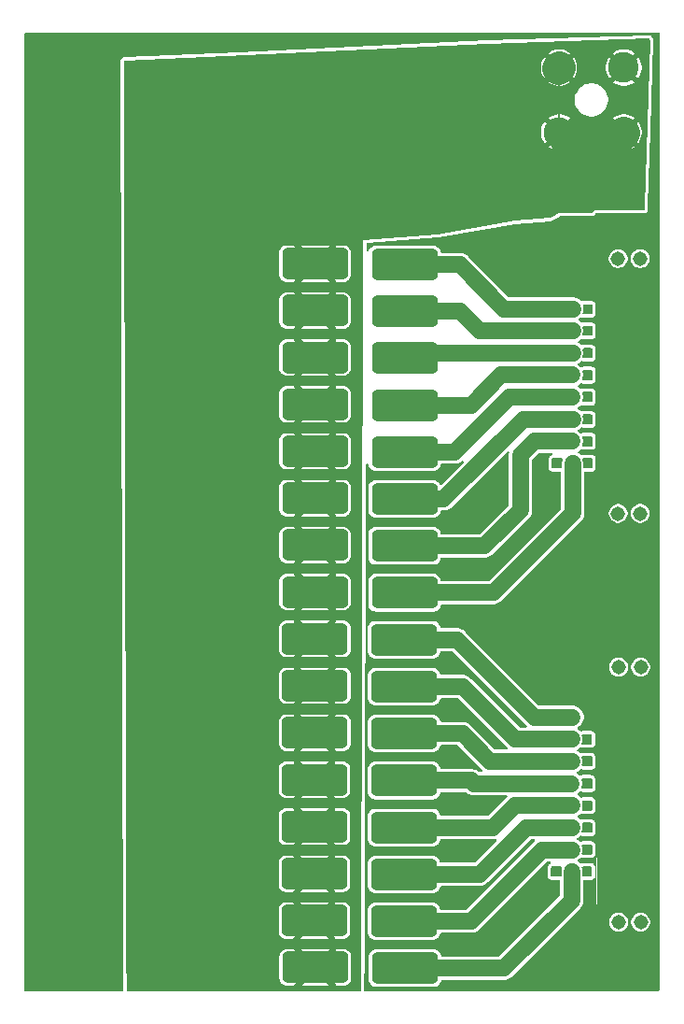
<source format=gbr>
%TF.GenerationSoftware,KiCad,Pcbnew,9.0.0*%
%TF.CreationDate,2025-05-27T23:15:15+02:00*%
%TF.ProjectId,PUTM_EV_PDMv2_PLAN_B_2024,5055544d-5f45-4565-9f50-444d76325f50,1.0*%
%TF.SameCoordinates,Original*%
%TF.FileFunction,Copper,L2,Bot*%
%TF.FilePolarity,Positive*%
%FSLAX46Y46*%
G04 Gerber Fmt 4.6, Leading zero omitted, Abs format (unit mm)*
G04 Created by KiCad (PCBNEW 9.0.0) date 2025-05-27 23:15:15*
%MOMM*%
%LPD*%
G01*
G04 APERTURE LIST*
G04 Aperture macros list*
%AMRoundRect*
0 Rectangle with rounded corners*
0 $1 Rounding radius*
0 $2 $3 $4 $5 $6 $7 $8 $9 X,Y pos of 4 corners*
0 Add a 4 corners polygon primitive as box body*
4,1,4,$2,$3,$4,$5,$6,$7,$8,$9,$2,$3,0*
0 Add four circle primitives for the rounded corners*
1,1,$1+$1,$2,$3*
1,1,$1+$1,$4,$5*
1,1,$1+$1,$6,$7*
1,1,$1+$1,$8,$9*
0 Add four rect primitives between the rounded corners*
20,1,$1+$1,$2,$3,$4,$5,0*
20,1,$1+$1,$4,$5,$6,$7,0*
20,1,$1+$1,$6,$7,$8,$9,0*
20,1,$1+$1,$8,$9,$2,$3,0*%
G04 Aperture macros list end*
%TA.AperFunction,ComponentPad*%
%ADD10C,1.650000*%
%TD*%
%TA.AperFunction,SMDPad,CuDef*%
%ADD11RoundRect,0.420000X-2.580000X-0.980000X2.580000X-0.980000X2.580000X0.980000X-2.580000X0.980000X0*%
%TD*%
%TA.AperFunction,ComponentPad*%
%ADD12C,1.308000*%
%TD*%
%TA.AperFunction,ComponentPad*%
%ADD13C,0.800000*%
%TD*%
%TA.AperFunction,ComponentPad*%
%ADD14C,6.000000*%
%TD*%
%TA.AperFunction,ComponentPad*%
%ADD15C,2.775000*%
%TD*%
%TA.AperFunction,ViaPad*%
%ADD16C,0.700000*%
%TD*%
%TA.AperFunction,Conductor*%
%ADD17C,1.500000*%
%TD*%
%TA.AperFunction,Conductor*%
%ADD18C,3.000000*%
%TD*%
%TA.AperFunction,Conductor*%
%ADD19C,0.150000*%
%TD*%
G04 APERTURE END LIST*
D10*
%TO.P,TSAL/HV_1,1*%
%TO.N,+BATT*%
X145550000Y-139430000D03*
D11*
X147380000Y-139430000D03*
D10*
X149210000Y-139430000D03*
%TO.P,TSAL/HV_1,2*%
%TO.N,CAR_FUSE9*%
X153670000Y-139500000D03*
D11*
X155500000Y-139500000D03*
D10*
X157330000Y-139500000D03*
%TD*%
%TO.P,BRAKE/IR/AIR_1,1*%
%TO.N,+BATT*%
X145505000Y-118160000D03*
D11*
X147335000Y-118160000D03*
D10*
X149165000Y-118160000D03*
%TO.P,BRAKE/IR/AIR_1,2*%
%TO.N,CAR_FUSE14*%
X153625000Y-118230000D03*
D11*
X155455000Y-118230000D03*
D10*
X157285000Y-118230000D03*
%TD*%
%TO.P,INVERTER_2,1*%
%TO.N,+BATT*%
X145470000Y-126680000D03*
D11*
X147300000Y-126680000D03*
D10*
X149130000Y-126680000D03*
%TO.P,INVERTER_2,2*%
%TO.N,CAR_FUSE12*%
X153590000Y-126750000D03*
D11*
X155420000Y-126750000D03*
D10*
X157250000Y-126750000D03*
%TD*%
%TO.P,FAN_1,1*%
%TO.N,+BATT*%
X145530000Y-88410000D03*
D11*
X147360000Y-88410000D03*
D10*
X149190000Y-88410000D03*
%TO.P,FAN_1,2*%
%TO.N,CAR_FUSE5*%
X153650000Y-88480000D03*
D11*
X155480000Y-88480000D03*
D10*
X157310000Y-88480000D03*
%TD*%
D12*
%TO.P,J5,S1*%
%TO.N,N/C*%
X174860000Y-98290000D03*
%TO.P,J5,S2*%
X176860000Y-98290000D03*
%TO.P,J5,S3*%
X174860000Y-75190000D03*
%TO.P,J5,S4*%
X176860000Y-75190000D03*
%TD*%
D13*
%TO.P,REF\u002A\u002A,1*%
%TO.N,N/C*%
X172340990Y-105250000D03*
X173000000Y-103659010D03*
X173000000Y-106840990D03*
%TO.N,GND*%
X174590990Y-103000000D03*
D14*
X174590990Y-105250000D03*
D13*
X174590990Y-107500000D03*
X176181980Y-103659010D03*
X176181980Y-106840990D03*
X176840990Y-105250000D03*
%TD*%
D10*
%TO.P,PC_4,1*%
%TO.N,+BATT*%
X145530000Y-92660000D03*
D11*
X147360000Y-92660000D03*
D10*
X149190000Y-92660000D03*
%TO.P,PC_4,2*%
%TO.N,CAR_FUSE4*%
X153650000Y-92730000D03*
D11*
X155480000Y-92730000D03*
D10*
X157310000Y-92730000D03*
%TD*%
%TO.P,PUMP_1,1*%
%TO.N,+BATT*%
X145530000Y-84160000D03*
D11*
X147360000Y-84160000D03*
D10*
X149190000Y-84160000D03*
%TO.P,PUMP_1,2*%
%TO.N,CAR_FUSE6*%
X153650000Y-84230000D03*
D11*
X155480000Y-84230000D03*
D10*
X157310000Y-84230000D03*
%TD*%
%TO.P,INVERTER_1,1*%
%TO.N,+BATT*%
X145470000Y-130930000D03*
D11*
X147300000Y-130930000D03*
D10*
X149130000Y-130930000D03*
%TO.P,INVERTER_1,2*%
%TO.N,CAR_FUSE11*%
X153590000Y-131000000D03*
D11*
X155420000Y-131000000D03*
D10*
X157250000Y-131000000D03*
%TD*%
%TO.P,PUMP_2,1*%
%TO.N,+BATT*%
X145530000Y-79910000D03*
D11*
X147360000Y-79910000D03*
D10*
X149190000Y-79910000D03*
%TO.P,PUMP_2,2*%
%TO.N,CAR_FUSE7*%
X153650000Y-79980000D03*
D11*
X155480000Y-79980000D03*
D10*
X157310000Y-79980000D03*
%TD*%
D12*
%TO.P,J8,S1*%
%TO.N,N/C*%
X174900000Y-135330000D03*
%TO.P,J8,S2*%
X176900000Y-135330000D03*
%TO.P,J8,S3*%
X174900000Y-112230000D03*
%TO.P,J8,S4*%
X176900000Y-112230000D03*
%TD*%
D15*
%TO.P,J2,1,1*%
%TO.N,+BATT*%
X169500000Y-63750000D03*
%TO.P,J2,2,2*%
X175370000Y-63750000D03*
%TO.P,J2,3,3*%
X175370000Y-57880000D03*
%TO.P,J2,4,4*%
X169500000Y-57880000D03*
%TD*%
D10*
%TO.P,REARBOX/DIAGPORT/BRAKE_L_1,1*%
%TO.N,+BATT*%
X145470000Y-135180000D03*
D11*
X147300000Y-135180000D03*
D10*
X149130000Y-135180000D03*
%TO.P,REARBOX/DIAGPORT/BRAKE_L_1,2*%
%TO.N,CAR_FUSE10*%
X153590000Y-135250000D03*
D11*
X155420000Y-135250000D03*
D10*
X157250000Y-135250000D03*
%TD*%
%TO.P,SDC/ASMS_1,1*%
%TO.N,+BATT*%
X145505000Y-113910000D03*
D11*
X147335000Y-113910000D03*
D10*
X149165000Y-113910000D03*
%TO.P,SDC/ASMS_1,2*%
%TO.N,CAR_FUSE15*%
X153625000Y-113980000D03*
D11*
X155455000Y-113980000D03*
D10*
X157285000Y-113980000D03*
%TD*%
D13*
%TO.P,REF\u002A\u002A,1*%
%TO.N,GND*%
X122750000Y-58250000D03*
X123409010Y-56659010D03*
X123409010Y-59840990D03*
X125000000Y-56000000D03*
D14*
X125000000Y-58250000D03*
D13*
X125000000Y-60500000D03*
X126590990Y-56659010D03*
X126590990Y-59840990D03*
X127250000Y-58250000D03*
%TD*%
D10*
%TO.P,PC_3,1*%
%TO.N,+BATT*%
X145530000Y-96910000D03*
D11*
X147360000Y-96910000D03*
D10*
X149190000Y-96910000D03*
%TO.P,PC_3,2*%
%TO.N,CAR_FUSE3*%
X153650000Y-96980000D03*
D11*
X155480000Y-96980000D03*
D10*
X157310000Y-96980000D03*
%TD*%
D13*
%TO.P,REF\u002A\u002A,1*%
%TO.N,GND*%
X123000000Y-138000000D03*
X123659010Y-136409010D03*
X123659010Y-139590990D03*
X125250000Y-135750000D03*
D14*
X125250000Y-138000000D03*
D13*
X125250000Y-140250000D03*
X126840990Y-136409010D03*
X126840990Y-139590990D03*
X127500000Y-138000000D03*
%TD*%
D10*
%TO.P,PC_1,1*%
%TO.N,+BATT*%
X145530000Y-105410000D03*
D11*
X147360000Y-105410000D03*
D10*
X149190000Y-105410000D03*
%TO.P,PC_1,2*%
%TO.N,CAR_FUSE1*%
X153650000Y-105480000D03*
D11*
X155480000Y-105480000D03*
D10*
X157310000Y-105480000D03*
%TD*%
%TO.P,FBOX_1,1*%
%TO.N,+BATT*%
X145470000Y-122430000D03*
D11*
X147300000Y-122430000D03*
D10*
X149130000Y-122430000D03*
%TO.P,FBOX_1,2*%
%TO.N,CAR_FUSE13*%
X153590000Y-122500000D03*
D11*
X155420000Y-122500000D03*
D10*
X157250000Y-122500000D03*
%TD*%
%TO.P,FAN_2,1*%
%TO.N,+BATT*%
X145530000Y-75660000D03*
D11*
X147360000Y-75660000D03*
D10*
X149190000Y-75660000D03*
%TO.P,FAN_2,2*%
%TO.N,CAR_FUSE8*%
X153650000Y-75730000D03*
D11*
X155480000Y-75730000D03*
D10*
X157310000Y-75730000D03*
%TD*%
%TO.P,DASH_1,1*%
%TO.N,+BATT*%
X145505000Y-109660000D03*
D11*
X147335000Y-109660000D03*
D10*
X149165000Y-109660000D03*
%TO.P,DASH_1,2*%
%TO.N,CAR_FUSE16*%
X153625000Y-109730000D03*
D11*
X155455000Y-109730000D03*
D10*
X157285000Y-109730000D03*
%TD*%
%TO.P,PC_2,1*%
%TO.N,+BATT*%
X145530000Y-101160000D03*
D11*
X147360000Y-101160000D03*
D10*
X149190000Y-101160000D03*
%TO.P,PC_2,2*%
%TO.N,CAR_FUSE2*%
X153650000Y-101230000D03*
D11*
X155480000Y-101230000D03*
D10*
X157310000Y-101230000D03*
%TD*%
D16*
%TO.N,CAR_FUSE1*%
X170725000Y-93750000D03*
%TO.N,CAR_FUSE2*%
X170700000Y-91750000D03*
%TO.N,CAR_FUSE3*%
X170725000Y-89750000D03*
%TO.N,CAR_FUSE4*%
X170700000Y-87725000D03*
%TO.N,CAR_FUSE5*%
X170700000Y-85750000D03*
%TO.N,CAR_FUSE6*%
X170725000Y-83750000D03*
%TO.N,CAR_FUSE7*%
X170725000Y-81725000D03*
%TO.N,CAR_FUSE8*%
X170750000Y-79775000D03*
%TO.N,CAR_FUSE9*%
X170650000Y-130725000D03*
%TO.N,CAR_FUSE10*%
X170650000Y-128775000D03*
%TO.N,CAR_FUSE11*%
X170650000Y-126750000D03*
%TO.N,CAR_FUSE12*%
X170680000Y-124750000D03*
%TO.N,CAR_FUSE13*%
X170630000Y-122760000D03*
%TO.N,CAR_FUSE14*%
X170650000Y-120750000D03*
%TO.N,CAR_FUSE15*%
X170650000Y-118750000D03*
%TO.N,CAR_FUSE16*%
X170700000Y-116750000D03*
%TD*%
D17*
%TO.N,CAR_FUSE1*%
X157310000Y-105480000D02*
X163520000Y-105480000D01*
X163520000Y-105480000D02*
X170750000Y-98250000D01*
X170725000Y-98225000D02*
X170725000Y-93750000D01*
X170750000Y-98250000D02*
X170725000Y-98225000D01*
D18*
%TO.N,+BATT*%
X175370000Y-63750000D02*
X174870000Y-64250000D01*
X169500000Y-57880000D02*
X169430000Y-57950000D01*
D19*
X169530000Y-57830000D02*
X169530000Y-63700000D01*
D18*
X174870000Y-64250000D02*
X170000000Y-64250000D01*
D17*
%TO.N,CAR_FUSE2*%
X166000000Y-93000000D02*
X166000000Y-98000000D01*
X167250000Y-91750000D02*
X166000000Y-93000000D01*
X166000000Y-98000000D02*
X162750000Y-101250000D01*
X170700000Y-91750000D02*
X167250000Y-91750000D01*
X162730000Y-101230000D02*
X157310000Y-101230000D01*
X162750000Y-101250000D02*
X162730000Y-101230000D01*
%TO.N,CAR_FUSE3*%
X159020000Y-96980000D02*
X166250000Y-89750000D01*
X166250000Y-89750000D02*
X170725000Y-89750000D01*
X157310000Y-96980000D02*
X159020000Y-96980000D01*
%TO.N,CAR_FUSE4*%
X170675000Y-87750000D02*
X170700000Y-87725000D01*
X165000000Y-87750000D02*
X170675000Y-87750000D01*
X160020000Y-92730000D02*
X165000000Y-87750000D01*
X157310000Y-92730000D02*
X160020000Y-92730000D01*
%TO.N,CAR_FUSE5*%
X164250000Y-85750000D02*
X170700000Y-85750000D01*
X157310000Y-88480000D02*
X161520000Y-88480000D01*
X161520000Y-88480000D02*
X164250000Y-85750000D01*
%TO.N,CAR_FUSE6*%
X157790000Y-83750000D02*
X157310000Y-84230000D01*
X170725000Y-83750000D02*
X157790000Y-83750000D01*
%TO.N,CAR_FUSE7*%
X170700000Y-81750000D02*
X170725000Y-81725000D01*
X162250000Y-81750000D02*
X170700000Y-81750000D01*
X157310000Y-79980000D02*
X160480000Y-79980000D01*
X160480000Y-79980000D02*
X162250000Y-81750000D01*
%TO.N,CAR_FUSE8*%
X160480000Y-75730000D02*
X157310000Y-75730000D01*
X170750000Y-79775000D02*
X164525000Y-79775000D01*
X164525000Y-79775000D02*
X160480000Y-75730000D01*
%TO.N,CAR_FUSE9*%
X170650000Y-133350000D02*
X164500000Y-139500000D01*
X170650000Y-130725000D02*
X170650000Y-133350000D01*
X164500000Y-139500000D02*
X157330000Y-139500000D01*
%TO.N,CAR_FUSE10*%
X170650000Y-128775000D02*
X167975000Y-128775000D01*
X167975000Y-128775000D02*
X161500000Y-135250000D01*
X161500000Y-135250000D02*
X157250000Y-135250000D01*
%TO.N,CAR_FUSE11*%
X166500000Y-126750000D02*
X162250000Y-131000000D01*
X170650000Y-126750000D02*
X166500000Y-126750000D01*
X162250000Y-131000000D02*
X157250000Y-131000000D01*
%TO.N,CAR_FUSE12*%
X163500000Y-126750000D02*
X165500000Y-124750000D01*
X157250000Y-126750000D02*
X163500000Y-126750000D01*
X165500000Y-124750000D02*
X170680000Y-124750000D01*
%TO.N,CAR_FUSE13*%
X170630000Y-122760000D02*
X161760000Y-122760000D01*
X161760000Y-122760000D02*
X161500000Y-122500000D01*
X161500000Y-122500000D02*
X157250000Y-122500000D01*
%TO.N,CAR_FUSE14*%
X163250000Y-120750000D02*
X160730000Y-118230000D01*
X160730000Y-118230000D02*
X157285000Y-118230000D01*
X170650000Y-120750000D02*
X163250000Y-120750000D01*
%TO.N,CAR_FUSE15*%
X160730000Y-113980000D02*
X157285000Y-113980000D01*
X170650000Y-118750000D02*
X165500000Y-118750000D01*
X165500000Y-118750000D02*
X160730000Y-113980000D01*
%TO.N,CAR_FUSE16*%
X167250000Y-116750000D02*
X160230000Y-109730000D01*
X160230000Y-109730000D02*
X157285000Y-109730000D01*
X170700000Y-116750000D02*
X167250000Y-116750000D01*
%TD*%
%TA.AperFunction,Conductor*%
%TO.N,+BATT*%
G36*
X177685190Y-55271892D02*
G01*
X177732707Y-55323116D01*
X177745656Y-55382482D01*
X177250000Y-70499987D01*
X177250000Y-70720500D01*
X177230315Y-70787539D01*
X177177511Y-70833294D01*
X177126000Y-70844500D01*
X172749995Y-70844500D01*
X172704271Y-70849651D01*
X172621873Y-70889333D01*
X172564849Y-70960838D01*
X172558789Y-70973424D01*
X172556128Y-70972142D01*
X172532389Y-71014577D01*
X172470725Y-71047431D01*
X172445613Y-71050000D01*
X169499997Y-71050000D01*
X168723851Y-71486583D01*
X168672717Y-71502131D01*
X165500006Y-71749999D01*
X158506276Y-72998879D01*
X158493638Y-73000471D01*
X151749999Y-73499999D01*
X151749999Y-73500000D01*
X151520923Y-141475918D01*
X151501013Y-141542891D01*
X151448055Y-141588467D01*
X151396924Y-141599500D01*
X130373188Y-141599500D01*
X130306149Y-141579815D01*
X130260394Y-141527011D01*
X130249189Y-141475867D01*
X130240076Y-138395848D01*
X144130000Y-138395848D01*
X144130000Y-140464162D01*
X144136132Y-140531651D01*
X144136134Y-140531658D01*
X144184537Y-140686989D01*
X144184540Y-140686998D01*
X144268710Y-140826233D01*
X144268713Y-140826237D01*
X144383762Y-140941286D01*
X144383766Y-140941289D01*
X144523001Y-141025459D01*
X144523007Y-141025461D01*
X144678337Y-141073864D01*
X144678344Y-141073865D01*
X144745848Y-141079999D01*
X145469998Y-141079999D01*
X145469998Y-141079998D01*
X146083551Y-141079998D01*
X146083552Y-141079999D01*
X148676447Y-141079999D01*
X148676447Y-141079998D01*
X147380000Y-139783552D01*
X146083551Y-141079998D01*
X145469998Y-141079998D01*
X145478009Y-141060660D01*
X145477420Y-141059581D01*
X145482404Y-140989889D01*
X145510905Y-140945542D01*
X147026447Y-139429999D01*
X147733552Y-139429999D01*
X147733552Y-139430000D01*
X149249093Y-140945541D01*
X149282578Y-141006864D01*
X149279210Y-141053951D01*
X149290000Y-141079999D01*
X150014161Y-141079999D01*
X150081651Y-141073867D01*
X150081658Y-141073865D01*
X150236989Y-141025462D01*
X150236998Y-141025459D01*
X150376233Y-140941289D01*
X150376237Y-140941286D01*
X150491286Y-140826237D01*
X150491289Y-140826233D01*
X150575459Y-140686998D01*
X150575461Y-140686992D01*
X150623864Y-140531662D01*
X150623865Y-140531655D01*
X150629999Y-140464151D01*
X150629999Y-138395837D01*
X150623867Y-138328348D01*
X150623865Y-138328341D01*
X150575462Y-138173010D01*
X150575459Y-138173001D01*
X150491289Y-138033766D01*
X150491286Y-138033762D01*
X150376237Y-137918713D01*
X150376233Y-137918710D01*
X150236998Y-137834540D01*
X150236992Y-137834538D01*
X150081662Y-137786135D01*
X150081655Y-137786134D01*
X150014151Y-137780000D01*
X149290000Y-137780000D01*
X149281989Y-137799338D01*
X149282579Y-137800418D01*
X149277595Y-137870110D01*
X149249094Y-137914457D01*
X147733552Y-139429999D01*
X147026447Y-139429999D01*
X145510904Y-137914456D01*
X145506565Y-137906510D01*
X145499318Y-137901085D01*
X145490083Y-137876325D01*
X145477419Y-137853133D01*
X145478064Y-137844103D01*
X145474901Y-137835621D01*
X145480517Y-137809800D01*
X145480786Y-137806042D01*
X145469999Y-137780000D01*
X146083551Y-137780000D01*
X147380000Y-139076448D01*
X147380001Y-139076448D01*
X148676447Y-137780000D01*
X146083551Y-137780000D01*
X145469999Y-137780000D01*
X144745837Y-137780000D01*
X144678348Y-137786132D01*
X144678341Y-137786134D01*
X144523010Y-137834537D01*
X144523001Y-137834540D01*
X144383766Y-137918710D01*
X144383762Y-137918713D01*
X144268713Y-138033762D01*
X144268710Y-138033766D01*
X144184540Y-138173001D01*
X144184538Y-138173007D01*
X144136135Y-138328337D01*
X144136134Y-138328344D01*
X144130000Y-138395848D01*
X130240076Y-138395848D01*
X130240069Y-138393402D01*
X130239877Y-138328341D01*
X130227503Y-134145848D01*
X144050000Y-134145848D01*
X144050000Y-136214162D01*
X144056132Y-136281651D01*
X144056134Y-136281658D01*
X144104537Y-136436989D01*
X144104540Y-136436998D01*
X144188710Y-136576233D01*
X144188713Y-136576237D01*
X144303762Y-136691286D01*
X144303766Y-136691289D01*
X144443001Y-136775459D01*
X144443007Y-136775461D01*
X144598337Y-136823864D01*
X144598344Y-136823865D01*
X144665848Y-136829999D01*
X145389998Y-136829999D01*
X145389998Y-136829998D01*
X146003551Y-136829998D01*
X146003552Y-136829999D01*
X148596447Y-136829999D01*
X148596447Y-136829998D01*
X147300000Y-135533552D01*
X146003551Y-136829998D01*
X145389998Y-136829998D01*
X145398009Y-136810660D01*
X145397420Y-136809581D01*
X145402404Y-136739889D01*
X145430905Y-136695542D01*
X146946447Y-135179999D01*
X147653552Y-135179999D01*
X147653552Y-135180000D01*
X149169093Y-136695541D01*
X149202578Y-136756864D01*
X149199210Y-136803951D01*
X149210000Y-136829999D01*
X149934161Y-136829999D01*
X150001651Y-136823867D01*
X150001658Y-136823865D01*
X150156989Y-136775462D01*
X150156998Y-136775459D01*
X150296233Y-136691289D01*
X150296237Y-136691286D01*
X150411286Y-136576237D01*
X150411289Y-136576233D01*
X150495459Y-136436998D01*
X150495461Y-136436992D01*
X150543864Y-136281662D01*
X150543865Y-136281655D01*
X150549999Y-136214151D01*
X150549999Y-134145837D01*
X150543867Y-134078348D01*
X150543865Y-134078341D01*
X150495462Y-133923010D01*
X150495459Y-133923001D01*
X150411289Y-133783766D01*
X150411286Y-133783762D01*
X150296237Y-133668713D01*
X150296233Y-133668710D01*
X150156998Y-133584540D01*
X150156992Y-133584538D01*
X150001662Y-133536135D01*
X150001655Y-133536134D01*
X149934151Y-133530000D01*
X149210000Y-133530000D01*
X149201989Y-133549338D01*
X149202579Y-133550418D01*
X149197595Y-133620110D01*
X149169094Y-133664457D01*
X147653552Y-135179999D01*
X146946447Y-135179999D01*
X145430904Y-133664456D01*
X145426565Y-133656510D01*
X145419318Y-133651085D01*
X145410083Y-133626325D01*
X145397419Y-133603133D01*
X145398064Y-133594103D01*
X145394901Y-133585621D01*
X145400517Y-133559800D01*
X145400786Y-133556042D01*
X145389999Y-133530000D01*
X146003551Y-133530000D01*
X147300000Y-134826448D01*
X147300001Y-134826448D01*
X148596447Y-133530000D01*
X146003551Y-133530000D01*
X145389999Y-133530000D01*
X144665837Y-133530000D01*
X144598348Y-133536132D01*
X144598341Y-133536134D01*
X144443010Y-133584537D01*
X144443001Y-133584540D01*
X144303766Y-133668710D01*
X144303762Y-133668713D01*
X144188713Y-133783762D01*
X144188710Y-133783766D01*
X144104540Y-133923001D01*
X144104538Y-133923007D01*
X144056135Y-134078337D01*
X144056134Y-134078344D01*
X144050000Y-134145848D01*
X130227503Y-134145848D01*
X130214929Y-129895848D01*
X144050000Y-129895848D01*
X144050000Y-131964162D01*
X144056132Y-132031651D01*
X144056134Y-132031658D01*
X144104537Y-132186989D01*
X144104540Y-132186998D01*
X144188710Y-132326233D01*
X144188713Y-132326237D01*
X144303762Y-132441286D01*
X144303766Y-132441289D01*
X144443001Y-132525459D01*
X144443007Y-132525461D01*
X144598337Y-132573864D01*
X144598344Y-132573865D01*
X144665848Y-132579999D01*
X145389998Y-132579999D01*
X145389998Y-132579998D01*
X146003551Y-132579998D01*
X146003552Y-132579999D01*
X148596447Y-132579999D01*
X148596447Y-132579998D01*
X147300000Y-131283552D01*
X146003551Y-132579998D01*
X145389998Y-132579998D01*
X145398009Y-132560660D01*
X145397420Y-132559581D01*
X145402404Y-132489889D01*
X145430905Y-132445542D01*
X146946447Y-130929999D01*
X147653552Y-130929999D01*
X147653552Y-130930000D01*
X149169093Y-132445541D01*
X149202578Y-132506864D01*
X149199210Y-132553951D01*
X149210000Y-132579999D01*
X149934161Y-132579999D01*
X150001651Y-132573867D01*
X150001658Y-132573865D01*
X150156989Y-132525462D01*
X150156998Y-132525459D01*
X150296233Y-132441289D01*
X150296237Y-132441286D01*
X150411286Y-132326237D01*
X150411289Y-132326233D01*
X150495459Y-132186998D01*
X150495461Y-132186992D01*
X150543864Y-132031662D01*
X150543865Y-132031655D01*
X150549999Y-131964151D01*
X150549999Y-129895837D01*
X150543867Y-129828348D01*
X150543865Y-129828341D01*
X150495462Y-129673010D01*
X150495459Y-129673001D01*
X150411289Y-129533766D01*
X150411286Y-129533762D01*
X150296237Y-129418713D01*
X150296233Y-129418710D01*
X150156998Y-129334540D01*
X150156992Y-129334538D01*
X150001662Y-129286135D01*
X150001655Y-129286134D01*
X149934151Y-129280000D01*
X149210000Y-129280000D01*
X149201989Y-129299338D01*
X149202579Y-129300418D01*
X149197595Y-129370110D01*
X149169094Y-129414457D01*
X147653552Y-130929999D01*
X146946447Y-130929999D01*
X145430904Y-129414456D01*
X145426565Y-129406510D01*
X145419318Y-129401085D01*
X145410083Y-129376325D01*
X145397419Y-129353133D01*
X145398064Y-129344103D01*
X145394901Y-129335621D01*
X145400517Y-129309800D01*
X145400786Y-129306042D01*
X145389999Y-129280000D01*
X146003551Y-129280000D01*
X147300000Y-130576448D01*
X147300001Y-130576448D01*
X148596447Y-129280000D01*
X146003551Y-129280000D01*
X145389999Y-129280000D01*
X144665837Y-129280000D01*
X144598348Y-129286132D01*
X144598341Y-129286134D01*
X144443010Y-129334537D01*
X144443001Y-129334540D01*
X144303766Y-129418710D01*
X144303762Y-129418713D01*
X144188713Y-129533762D01*
X144188710Y-129533766D01*
X144104540Y-129673001D01*
X144104538Y-129673007D01*
X144056135Y-129828337D01*
X144056134Y-129828344D01*
X144050000Y-129895848D01*
X130214929Y-129895848D01*
X130202355Y-125645848D01*
X144050000Y-125645848D01*
X144050000Y-127714162D01*
X144056132Y-127781651D01*
X144056134Y-127781658D01*
X144104537Y-127936989D01*
X144104540Y-127936998D01*
X144188710Y-128076233D01*
X144188713Y-128076237D01*
X144303762Y-128191286D01*
X144303766Y-128191289D01*
X144443001Y-128275459D01*
X144443007Y-128275461D01*
X144598337Y-128323864D01*
X144598344Y-128323865D01*
X144665848Y-128329999D01*
X145389998Y-128329999D01*
X145389998Y-128329998D01*
X146003551Y-128329998D01*
X146003552Y-128329999D01*
X148596447Y-128329999D01*
X148596447Y-128329998D01*
X147300000Y-127033552D01*
X146003551Y-128329998D01*
X145389998Y-128329998D01*
X145398009Y-128310660D01*
X145397420Y-128309581D01*
X145402404Y-128239889D01*
X145430905Y-128195542D01*
X146946447Y-126679999D01*
X147653552Y-126679999D01*
X147653552Y-126680000D01*
X149169093Y-128195541D01*
X149202578Y-128256864D01*
X149199210Y-128303951D01*
X149210000Y-128329999D01*
X149934161Y-128329999D01*
X150001651Y-128323867D01*
X150001658Y-128323865D01*
X150156989Y-128275462D01*
X150156998Y-128275459D01*
X150296233Y-128191289D01*
X150296237Y-128191286D01*
X150411286Y-128076237D01*
X150411289Y-128076233D01*
X150495459Y-127936998D01*
X150495461Y-127936992D01*
X150543864Y-127781662D01*
X150543865Y-127781655D01*
X150549999Y-127714151D01*
X150549999Y-125645837D01*
X150543867Y-125578348D01*
X150543865Y-125578341D01*
X150495462Y-125423010D01*
X150495459Y-125423001D01*
X150411289Y-125283766D01*
X150411286Y-125283762D01*
X150296237Y-125168713D01*
X150296233Y-125168710D01*
X150156998Y-125084540D01*
X150156992Y-125084538D01*
X150001662Y-125036135D01*
X150001655Y-125036134D01*
X149934151Y-125030000D01*
X149210000Y-125030000D01*
X149201989Y-125049338D01*
X149202579Y-125050418D01*
X149197595Y-125120110D01*
X149169094Y-125164457D01*
X147653552Y-126679999D01*
X146946447Y-126679999D01*
X145430904Y-125164456D01*
X145426565Y-125156510D01*
X145419318Y-125151085D01*
X145410083Y-125126325D01*
X145397419Y-125103133D01*
X145398064Y-125094103D01*
X145394901Y-125085621D01*
X145400517Y-125059800D01*
X145400786Y-125056042D01*
X145389999Y-125030000D01*
X146003551Y-125030000D01*
X147300000Y-126326448D01*
X147300001Y-126326448D01*
X148596447Y-125030000D01*
X146003551Y-125030000D01*
X145389999Y-125030000D01*
X144665837Y-125030000D01*
X144598348Y-125036132D01*
X144598341Y-125036134D01*
X144443010Y-125084537D01*
X144443001Y-125084540D01*
X144303766Y-125168710D01*
X144303762Y-125168713D01*
X144188713Y-125283762D01*
X144188710Y-125283766D01*
X144104540Y-125423001D01*
X144104538Y-125423007D01*
X144056135Y-125578337D01*
X144056134Y-125578344D01*
X144050000Y-125645848D01*
X130202355Y-125645848D01*
X130189781Y-121395848D01*
X144050000Y-121395848D01*
X144050000Y-123464162D01*
X144056132Y-123531651D01*
X144056134Y-123531658D01*
X144104537Y-123686989D01*
X144104540Y-123686998D01*
X144188710Y-123826233D01*
X144188713Y-123826237D01*
X144303762Y-123941286D01*
X144303766Y-123941289D01*
X144443001Y-124025459D01*
X144443007Y-124025461D01*
X144598337Y-124073864D01*
X144598344Y-124073865D01*
X144665848Y-124079999D01*
X145389998Y-124079999D01*
X145389998Y-124079998D01*
X146003551Y-124079998D01*
X146003552Y-124079999D01*
X148596447Y-124079999D01*
X148596447Y-124079998D01*
X147300000Y-122783552D01*
X146003551Y-124079998D01*
X145389998Y-124079998D01*
X145398009Y-124060660D01*
X145397420Y-124059581D01*
X145402404Y-123989889D01*
X145430905Y-123945542D01*
X146946447Y-122429999D01*
X147653552Y-122429999D01*
X147653552Y-122430000D01*
X149169093Y-123945541D01*
X149202578Y-124006864D01*
X149199210Y-124053951D01*
X149210000Y-124079999D01*
X149934161Y-124079999D01*
X150001651Y-124073867D01*
X150001658Y-124073865D01*
X150156989Y-124025462D01*
X150156998Y-124025459D01*
X150296233Y-123941289D01*
X150296237Y-123941286D01*
X150411286Y-123826237D01*
X150411289Y-123826233D01*
X150495459Y-123686998D01*
X150495461Y-123686992D01*
X150543864Y-123531662D01*
X150543865Y-123531655D01*
X150549999Y-123464151D01*
X150549999Y-121395837D01*
X150543867Y-121328348D01*
X150543865Y-121328341D01*
X150495462Y-121173010D01*
X150495459Y-121173001D01*
X150411289Y-121033766D01*
X150411286Y-121033762D01*
X150296237Y-120918713D01*
X150296233Y-120918710D01*
X150156998Y-120834540D01*
X150156992Y-120834538D01*
X150001662Y-120786135D01*
X150001655Y-120786134D01*
X149934151Y-120780000D01*
X149210000Y-120780000D01*
X149201989Y-120799338D01*
X149202579Y-120800418D01*
X149197595Y-120870110D01*
X149169094Y-120914457D01*
X147653552Y-122429999D01*
X146946447Y-122429999D01*
X145430904Y-120914456D01*
X145426565Y-120906510D01*
X145419318Y-120901085D01*
X145410083Y-120876325D01*
X145397419Y-120853133D01*
X145398064Y-120844103D01*
X145394901Y-120835621D01*
X145400517Y-120809800D01*
X145400786Y-120806042D01*
X145389999Y-120780000D01*
X146003551Y-120780000D01*
X147300000Y-122076448D01*
X147300001Y-122076448D01*
X148596447Y-120780000D01*
X146003551Y-120780000D01*
X145389999Y-120780000D01*
X144665837Y-120780000D01*
X144598348Y-120786132D01*
X144598341Y-120786134D01*
X144443010Y-120834537D01*
X144443001Y-120834540D01*
X144303766Y-120918710D01*
X144303762Y-120918713D01*
X144188713Y-121033762D01*
X144188710Y-121033766D01*
X144104540Y-121173001D01*
X144104538Y-121173007D01*
X144056135Y-121328337D01*
X144056134Y-121328344D01*
X144050000Y-121395848D01*
X130189781Y-121395848D01*
X130177148Y-117125848D01*
X144085000Y-117125848D01*
X144085000Y-119194162D01*
X144091132Y-119261651D01*
X144091134Y-119261658D01*
X144139537Y-119416989D01*
X144139540Y-119416998D01*
X144223710Y-119556233D01*
X144223713Y-119556237D01*
X144338762Y-119671286D01*
X144338766Y-119671289D01*
X144478001Y-119755459D01*
X144478007Y-119755461D01*
X144633337Y-119803864D01*
X144633344Y-119803865D01*
X144700848Y-119809999D01*
X145424998Y-119809999D01*
X145424998Y-119809998D01*
X146038551Y-119809998D01*
X146038552Y-119809999D01*
X148631447Y-119809999D01*
X148631447Y-119809998D01*
X147335000Y-118513552D01*
X146038551Y-119809998D01*
X145424998Y-119809998D01*
X145433009Y-119790660D01*
X145432420Y-119789581D01*
X145437404Y-119719889D01*
X145465905Y-119675542D01*
X146981447Y-118159999D01*
X147688552Y-118159999D01*
X147688552Y-118160000D01*
X149204093Y-119675541D01*
X149237578Y-119736864D01*
X149234210Y-119783951D01*
X149245000Y-119809999D01*
X149969161Y-119809999D01*
X150036651Y-119803867D01*
X150036658Y-119803865D01*
X150191989Y-119755462D01*
X150191998Y-119755459D01*
X150331233Y-119671289D01*
X150331237Y-119671286D01*
X150446286Y-119556237D01*
X150446289Y-119556233D01*
X150530459Y-119416998D01*
X150530461Y-119416992D01*
X150578864Y-119261662D01*
X150578865Y-119261655D01*
X150584999Y-119194151D01*
X150584999Y-117125837D01*
X150578867Y-117058348D01*
X150578865Y-117058341D01*
X150530462Y-116903010D01*
X150530459Y-116903001D01*
X150446289Y-116763766D01*
X150446286Y-116763762D01*
X150331237Y-116648713D01*
X150331233Y-116648710D01*
X150191998Y-116564540D01*
X150191992Y-116564538D01*
X150036662Y-116516135D01*
X150036655Y-116516134D01*
X149969151Y-116510000D01*
X149245000Y-116510000D01*
X149236989Y-116529338D01*
X149237579Y-116530418D01*
X149232595Y-116600110D01*
X149204094Y-116644457D01*
X147688552Y-118159999D01*
X146981447Y-118159999D01*
X145465904Y-116644456D01*
X145461565Y-116636510D01*
X145454318Y-116631085D01*
X145445083Y-116606325D01*
X145432419Y-116583133D01*
X145433064Y-116574103D01*
X145429901Y-116565621D01*
X145435517Y-116539800D01*
X145435786Y-116536042D01*
X145424999Y-116510000D01*
X146038551Y-116510000D01*
X147335000Y-117806448D01*
X147335001Y-117806448D01*
X148631447Y-116510000D01*
X146038551Y-116510000D01*
X145424999Y-116510000D01*
X144700837Y-116510000D01*
X144633348Y-116516132D01*
X144633341Y-116516134D01*
X144478010Y-116564537D01*
X144478001Y-116564540D01*
X144338766Y-116648710D01*
X144338762Y-116648713D01*
X144223713Y-116763762D01*
X144223710Y-116763766D01*
X144139540Y-116903001D01*
X144139538Y-116903007D01*
X144091135Y-117058337D01*
X144091134Y-117058344D01*
X144085000Y-117125848D01*
X130177148Y-117125848D01*
X130164574Y-112875848D01*
X144085000Y-112875848D01*
X144085000Y-114944162D01*
X144091132Y-115011651D01*
X144091134Y-115011658D01*
X144139537Y-115166989D01*
X144139540Y-115166998D01*
X144223710Y-115306233D01*
X144223713Y-115306237D01*
X144338762Y-115421286D01*
X144338766Y-115421289D01*
X144478001Y-115505459D01*
X144478007Y-115505461D01*
X144633337Y-115553864D01*
X144633344Y-115553865D01*
X144700848Y-115559999D01*
X145424998Y-115559999D01*
X145424998Y-115559998D01*
X146038551Y-115559998D01*
X146038552Y-115559999D01*
X148631447Y-115559999D01*
X148631447Y-115559998D01*
X147335000Y-114263552D01*
X146038551Y-115559998D01*
X145424998Y-115559998D01*
X145433009Y-115540660D01*
X145432420Y-115539581D01*
X145437404Y-115469889D01*
X145465905Y-115425542D01*
X146981447Y-113909999D01*
X147688552Y-113909999D01*
X147688552Y-113910000D01*
X149204093Y-115425541D01*
X149237578Y-115486864D01*
X149234210Y-115533951D01*
X149245000Y-115559999D01*
X149969161Y-115559999D01*
X150036651Y-115553867D01*
X150036658Y-115553865D01*
X150191989Y-115505462D01*
X150191998Y-115505459D01*
X150331233Y-115421289D01*
X150331237Y-115421286D01*
X150446286Y-115306237D01*
X150446289Y-115306233D01*
X150530459Y-115166998D01*
X150530461Y-115166992D01*
X150578864Y-115011662D01*
X150578865Y-115011655D01*
X150584999Y-114944151D01*
X150584999Y-112875837D01*
X150578867Y-112808348D01*
X150578865Y-112808341D01*
X150530462Y-112653010D01*
X150530459Y-112653001D01*
X150446289Y-112513766D01*
X150446286Y-112513762D01*
X150331237Y-112398713D01*
X150331233Y-112398710D01*
X150191998Y-112314540D01*
X150191992Y-112314538D01*
X150036662Y-112266135D01*
X150036655Y-112266134D01*
X149969151Y-112260000D01*
X149245000Y-112260000D01*
X149236989Y-112279338D01*
X149237579Y-112280418D01*
X149232595Y-112350110D01*
X149204094Y-112394457D01*
X147688552Y-113909999D01*
X146981447Y-113909999D01*
X145465904Y-112394456D01*
X145461565Y-112386510D01*
X145454318Y-112381085D01*
X145445083Y-112356325D01*
X145432419Y-112333133D01*
X145433064Y-112324103D01*
X145429901Y-112315621D01*
X145435517Y-112289800D01*
X145435786Y-112286042D01*
X145424999Y-112260000D01*
X146038551Y-112260000D01*
X147335000Y-113556448D01*
X147335001Y-113556448D01*
X148631447Y-112260000D01*
X146038551Y-112260000D01*
X145424999Y-112260000D01*
X144700837Y-112260000D01*
X144633348Y-112266132D01*
X144633341Y-112266134D01*
X144478010Y-112314537D01*
X144478001Y-112314540D01*
X144338766Y-112398710D01*
X144338762Y-112398713D01*
X144223713Y-112513762D01*
X144223710Y-112513766D01*
X144139540Y-112653001D01*
X144139538Y-112653007D01*
X144091135Y-112808337D01*
X144091134Y-112808344D01*
X144085000Y-112875848D01*
X130164574Y-112875848D01*
X130152000Y-108625848D01*
X144085000Y-108625848D01*
X144085000Y-110694162D01*
X144091132Y-110761651D01*
X144091134Y-110761658D01*
X144139537Y-110916989D01*
X144139540Y-110916998D01*
X144223710Y-111056233D01*
X144223713Y-111056237D01*
X144338762Y-111171286D01*
X144338766Y-111171289D01*
X144478001Y-111255459D01*
X144478007Y-111255461D01*
X144633337Y-111303864D01*
X144633344Y-111303865D01*
X144700848Y-111309999D01*
X145424998Y-111309999D01*
X145424998Y-111309998D01*
X146038551Y-111309998D01*
X146038552Y-111309999D01*
X148631447Y-111309999D01*
X148631447Y-111309998D01*
X147335000Y-110013552D01*
X146038551Y-111309998D01*
X145424998Y-111309998D01*
X145433009Y-111290660D01*
X145432420Y-111289581D01*
X145437404Y-111219889D01*
X145465905Y-111175542D01*
X146981447Y-109659999D01*
X147688552Y-109659999D01*
X147688552Y-109660000D01*
X149204093Y-111175541D01*
X149237578Y-111236864D01*
X149234210Y-111283951D01*
X149245000Y-111309999D01*
X149969161Y-111309999D01*
X150036651Y-111303867D01*
X150036658Y-111303865D01*
X150191989Y-111255462D01*
X150191998Y-111255459D01*
X150331233Y-111171289D01*
X150331237Y-111171286D01*
X150446286Y-111056237D01*
X150446289Y-111056233D01*
X150530459Y-110916998D01*
X150530461Y-110916992D01*
X150578864Y-110761662D01*
X150578865Y-110761655D01*
X150584999Y-110694151D01*
X150584999Y-108625837D01*
X150578867Y-108558348D01*
X150578865Y-108558341D01*
X150530462Y-108403010D01*
X150530459Y-108403001D01*
X150446289Y-108263766D01*
X150446286Y-108263762D01*
X150331237Y-108148713D01*
X150331233Y-108148710D01*
X150191998Y-108064540D01*
X150191992Y-108064538D01*
X150036662Y-108016135D01*
X150036655Y-108016134D01*
X149969151Y-108010000D01*
X149245000Y-108010000D01*
X149236989Y-108029338D01*
X149237579Y-108030418D01*
X149232595Y-108100110D01*
X149204094Y-108144457D01*
X147688552Y-109659999D01*
X146981447Y-109659999D01*
X145465904Y-108144456D01*
X145461565Y-108136510D01*
X145454318Y-108131085D01*
X145445083Y-108106325D01*
X145432419Y-108083133D01*
X145433064Y-108074103D01*
X145429901Y-108065621D01*
X145435517Y-108039800D01*
X145435786Y-108036042D01*
X145424999Y-108010000D01*
X146038551Y-108010000D01*
X147335000Y-109306448D01*
X147335001Y-109306448D01*
X148631447Y-108010000D01*
X146038551Y-108010000D01*
X145424999Y-108010000D01*
X144700837Y-108010000D01*
X144633348Y-108016132D01*
X144633341Y-108016134D01*
X144478010Y-108064537D01*
X144478001Y-108064540D01*
X144338766Y-108148710D01*
X144338762Y-108148713D01*
X144223713Y-108263762D01*
X144223710Y-108263766D01*
X144139540Y-108403001D01*
X144139538Y-108403007D01*
X144091135Y-108558337D01*
X144091134Y-108558344D01*
X144085000Y-108625848D01*
X130152000Y-108625848D01*
X130139426Y-104375848D01*
X144110000Y-104375848D01*
X144110000Y-106444162D01*
X144116132Y-106511651D01*
X144116134Y-106511658D01*
X144164537Y-106666989D01*
X144164540Y-106666998D01*
X144248710Y-106806233D01*
X144248713Y-106806237D01*
X144363762Y-106921286D01*
X144363766Y-106921289D01*
X144503001Y-107005459D01*
X144503007Y-107005461D01*
X144658337Y-107053864D01*
X144658344Y-107053865D01*
X144725848Y-107059999D01*
X145449998Y-107059999D01*
X145449998Y-107059998D01*
X146063551Y-107059998D01*
X146063552Y-107059999D01*
X148656447Y-107059999D01*
X148656447Y-107059998D01*
X147360000Y-105763552D01*
X146063551Y-107059998D01*
X145449998Y-107059998D01*
X145458009Y-107040660D01*
X145457420Y-107039581D01*
X145462404Y-106969889D01*
X145490905Y-106925542D01*
X147006447Y-105409999D01*
X147713552Y-105409999D01*
X147713552Y-105410000D01*
X149229093Y-106925541D01*
X149262578Y-106986864D01*
X149259210Y-107033951D01*
X149270000Y-107059999D01*
X149994161Y-107059999D01*
X150061651Y-107053867D01*
X150061658Y-107053865D01*
X150216989Y-107005462D01*
X150216998Y-107005459D01*
X150356233Y-106921289D01*
X150356237Y-106921286D01*
X150471286Y-106806237D01*
X150471289Y-106806233D01*
X150555459Y-106666998D01*
X150555461Y-106666992D01*
X150603864Y-106511662D01*
X150603865Y-106511655D01*
X150609999Y-106444151D01*
X150609999Y-104375837D01*
X150603867Y-104308348D01*
X150603865Y-104308341D01*
X150555462Y-104153010D01*
X150555459Y-104153001D01*
X150471289Y-104013766D01*
X150471286Y-104013762D01*
X150356237Y-103898713D01*
X150356233Y-103898710D01*
X150216998Y-103814540D01*
X150216992Y-103814538D01*
X150061662Y-103766135D01*
X150061655Y-103766134D01*
X149994151Y-103760000D01*
X149270000Y-103760000D01*
X149261989Y-103779338D01*
X149262579Y-103780418D01*
X149257595Y-103850110D01*
X149229094Y-103894457D01*
X147713552Y-105409999D01*
X147006447Y-105409999D01*
X145490904Y-103894456D01*
X145486565Y-103886510D01*
X145479318Y-103881085D01*
X145470083Y-103856325D01*
X145457419Y-103833133D01*
X145458064Y-103824103D01*
X145454901Y-103815621D01*
X145460517Y-103789800D01*
X145460786Y-103786042D01*
X145449999Y-103760000D01*
X146063551Y-103760000D01*
X147360000Y-105056448D01*
X147360001Y-105056448D01*
X148656447Y-103760000D01*
X146063551Y-103760000D01*
X145449999Y-103760000D01*
X144725837Y-103760000D01*
X144658348Y-103766132D01*
X144658341Y-103766134D01*
X144503010Y-103814537D01*
X144503001Y-103814540D01*
X144363766Y-103898710D01*
X144363762Y-103898713D01*
X144248713Y-104013762D01*
X144248710Y-104013766D01*
X144164540Y-104153001D01*
X144164538Y-104153007D01*
X144116135Y-104308337D01*
X144116134Y-104308344D01*
X144110000Y-104375848D01*
X130139426Y-104375848D01*
X130126852Y-100125848D01*
X144110000Y-100125848D01*
X144110000Y-102194162D01*
X144116132Y-102261651D01*
X144116134Y-102261658D01*
X144164537Y-102416989D01*
X144164540Y-102416998D01*
X144248710Y-102556233D01*
X144248713Y-102556237D01*
X144363762Y-102671286D01*
X144363766Y-102671289D01*
X144503001Y-102755459D01*
X144503007Y-102755461D01*
X144658337Y-102803864D01*
X144658344Y-102803865D01*
X144725848Y-102809999D01*
X145449998Y-102809999D01*
X145449998Y-102809998D01*
X146063551Y-102809998D01*
X146063552Y-102809999D01*
X148656447Y-102809999D01*
X148656447Y-102809998D01*
X147360000Y-101513552D01*
X146063551Y-102809998D01*
X145449998Y-102809998D01*
X145458009Y-102790660D01*
X145457420Y-102789581D01*
X145462404Y-102719889D01*
X145490905Y-102675542D01*
X147006447Y-101159999D01*
X147713552Y-101159999D01*
X147713552Y-101160000D01*
X149229093Y-102675541D01*
X149262578Y-102736864D01*
X149259210Y-102783951D01*
X149270000Y-102809999D01*
X149994161Y-102809999D01*
X150061651Y-102803867D01*
X150061658Y-102803865D01*
X150216989Y-102755462D01*
X150216998Y-102755459D01*
X150356233Y-102671289D01*
X150356237Y-102671286D01*
X150471286Y-102556237D01*
X150471289Y-102556233D01*
X150555459Y-102416998D01*
X150555461Y-102416992D01*
X150603864Y-102261662D01*
X150603865Y-102261655D01*
X150609999Y-102194151D01*
X150609999Y-100125837D01*
X150603867Y-100058348D01*
X150603865Y-100058341D01*
X150555462Y-99903010D01*
X150555459Y-99903001D01*
X150471289Y-99763766D01*
X150471286Y-99763762D01*
X150356237Y-99648713D01*
X150356233Y-99648710D01*
X150216998Y-99564540D01*
X150216992Y-99564538D01*
X150061662Y-99516135D01*
X150061655Y-99516134D01*
X149994151Y-99510000D01*
X149270000Y-99510000D01*
X149261989Y-99529338D01*
X149262579Y-99530418D01*
X149257595Y-99600110D01*
X149229094Y-99644457D01*
X147713552Y-101159999D01*
X147006447Y-101159999D01*
X145490904Y-99644456D01*
X145486565Y-99636510D01*
X145479318Y-99631085D01*
X145470083Y-99606325D01*
X145457419Y-99583133D01*
X145458064Y-99574103D01*
X145454901Y-99565621D01*
X145460517Y-99539800D01*
X145460786Y-99536042D01*
X145449999Y-99510000D01*
X146063551Y-99510000D01*
X147360000Y-100806448D01*
X147360001Y-100806448D01*
X148656447Y-99510000D01*
X146063551Y-99510000D01*
X145449999Y-99510000D01*
X144725837Y-99510000D01*
X144658348Y-99516132D01*
X144658341Y-99516134D01*
X144503010Y-99564537D01*
X144503001Y-99564540D01*
X144363766Y-99648710D01*
X144363762Y-99648713D01*
X144248713Y-99763762D01*
X144248710Y-99763766D01*
X144164540Y-99903001D01*
X144164538Y-99903007D01*
X144116135Y-100058337D01*
X144116134Y-100058344D01*
X144110000Y-100125848D01*
X130126852Y-100125848D01*
X130114278Y-95875848D01*
X144110000Y-95875848D01*
X144110000Y-97944162D01*
X144116132Y-98011651D01*
X144116134Y-98011658D01*
X144164537Y-98166989D01*
X144164540Y-98166998D01*
X144248710Y-98306233D01*
X144248713Y-98306237D01*
X144363762Y-98421286D01*
X144363766Y-98421289D01*
X144503001Y-98505459D01*
X144503007Y-98505461D01*
X144658337Y-98553864D01*
X144658344Y-98553865D01*
X144725848Y-98559999D01*
X145449998Y-98559999D01*
X145449998Y-98559998D01*
X146063551Y-98559998D01*
X146063552Y-98559999D01*
X148656447Y-98559999D01*
X148656447Y-98559998D01*
X147360000Y-97263552D01*
X146063551Y-98559998D01*
X145449998Y-98559998D01*
X145458009Y-98540660D01*
X145457420Y-98539581D01*
X145462404Y-98469889D01*
X145490905Y-98425542D01*
X147006447Y-96909999D01*
X147713552Y-96909999D01*
X147713552Y-96910000D01*
X149229093Y-98425541D01*
X149262578Y-98486864D01*
X149259210Y-98533951D01*
X149270000Y-98559999D01*
X149994161Y-98559999D01*
X150061651Y-98553867D01*
X150061658Y-98553865D01*
X150216989Y-98505462D01*
X150216998Y-98505459D01*
X150356233Y-98421289D01*
X150356237Y-98421286D01*
X150471286Y-98306237D01*
X150471289Y-98306233D01*
X150555459Y-98166998D01*
X150555461Y-98166992D01*
X150603864Y-98011662D01*
X150603865Y-98011655D01*
X150609999Y-97944151D01*
X150609999Y-95875837D01*
X150603867Y-95808348D01*
X150603865Y-95808341D01*
X150555462Y-95653010D01*
X150555459Y-95653001D01*
X150471289Y-95513766D01*
X150471286Y-95513762D01*
X150356237Y-95398713D01*
X150356233Y-95398710D01*
X150216998Y-95314540D01*
X150216992Y-95314538D01*
X150061662Y-95266135D01*
X150061655Y-95266134D01*
X149994151Y-95260000D01*
X149270000Y-95260000D01*
X149261989Y-95279338D01*
X149262579Y-95280418D01*
X149257595Y-95350110D01*
X149229094Y-95394457D01*
X147713552Y-96909999D01*
X147006447Y-96909999D01*
X145490904Y-95394456D01*
X145486565Y-95386510D01*
X145479318Y-95381085D01*
X145470083Y-95356325D01*
X145457419Y-95333133D01*
X145458064Y-95324103D01*
X145454901Y-95315621D01*
X145460517Y-95289800D01*
X145460786Y-95286042D01*
X145449999Y-95260000D01*
X146063551Y-95260000D01*
X147360000Y-96556448D01*
X147360001Y-96556448D01*
X148656447Y-95260000D01*
X146063551Y-95260000D01*
X145449999Y-95260000D01*
X144725837Y-95260000D01*
X144658348Y-95266132D01*
X144658341Y-95266134D01*
X144503010Y-95314537D01*
X144503001Y-95314540D01*
X144363766Y-95398710D01*
X144363762Y-95398713D01*
X144248713Y-95513762D01*
X144248710Y-95513766D01*
X144164540Y-95653001D01*
X144164538Y-95653007D01*
X144116135Y-95808337D01*
X144116134Y-95808344D01*
X144110000Y-95875848D01*
X130114278Y-95875848D01*
X130101704Y-91625848D01*
X144110000Y-91625848D01*
X144110000Y-93694162D01*
X144116132Y-93761651D01*
X144116134Y-93761658D01*
X144164537Y-93916989D01*
X144164540Y-93916998D01*
X144248710Y-94056233D01*
X144248713Y-94056237D01*
X144363762Y-94171286D01*
X144363766Y-94171289D01*
X144503001Y-94255459D01*
X144503007Y-94255461D01*
X144658337Y-94303864D01*
X144658344Y-94303865D01*
X144725848Y-94309999D01*
X145449998Y-94309999D01*
X145449998Y-94309998D01*
X146063551Y-94309998D01*
X146063552Y-94309999D01*
X148656447Y-94309999D01*
X148656447Y-94309998D01*
X147360000Y-93013552D01*
X146063551Y-94309998D01*
X145449998Y-94309998D01*
X145458009Y-94290660D01*
X145457420Y-94289581D01*
X145462404Y-94219889D01*
X145490905Y-94175542D01*
X147006447Y-92659999D01*
X147713552Y-92659999D01*
X147713552Y-92660000D01*
X149229093Y-94175541D01*
X149262578Y-94236864D01*
X149259210Y-94283951D01*
X149270000Y-94309999D01*
X149994161Y-94309999D01*
X150061651Y-94303867D01*
X150061658Y-94303865D01*
X150216989Y-94255462D01*
X150216998Y-94255459D01*
X150356233Y-94171289D01*
X150356237Y-94171286D01*
X150471286Y-94056237D01*
X150471289Y-94056233D01*
X150555459Y-93916998D01*
X150555461Y-93916992D01*
X150603864Y-93761662D01*
X150603865Y-93761655D01*
X150609999Y-93694151D01*
X150609999Y-91625837D01*
X150603867Y-91558348D01*
X150603865Y-91558341D01*
X150555462Y-91403010D01*
X150555459Y-91403001D01*
X150471289Y-91263766D01*
X150471286Y-91263762D01*
X150356237Y-91148713D01*
X150356233Y-91148710D01*
X150216998Y-91064540D01*
X150216992Y-91064538D01*
X150061662Y-91016135D01*
X150061655Y-91016134D01*
X149994151Y-91010000D01*
X149270000Y-91010000D01*
X149261989Y-91029338D01*
X149262579Y-91030418D01*
X149257595Y-91100110D01*
X149229094Y-91144457D01*
X147713552Y-92659999D01*
X147006447Y-92659999D01*
X145490904Y-91144456D01*
X145486565Y-91136510D01*
X145479318Y-91131085D01*
X145470083Y-91106325D01*
X145457419Y-91083133D01*
X145458064Y-91074103D01*
X145454901Y-91065621D01*
X145460517Y-91039800D01*
X145460786Y-91036042D01*
X145449999Y-91010000D01*
X146063551Y-91010000D01*
X147360000Y-92306448D01*
X147360001Y-92306448D01*
X148656447Y-91010000D01*
X146063551Y-91010000D01*
X145449999Y-91010000D01*
X144725837Y-91010000D01*
X144658348Y-91016132D01*
X144658341Y-91016134D01*
X144503010Y-91064537D01*
X144503001Y-91064540D01*
X144363766Y-91148710D01*
X144363762Y-91148713D01*
X144248713Y-91263762D01*
X144248710Y-91263766D01*
X144164540Y-91403001D01*
X144164538Y-91403007D01*
X144116135Y-91558337D01*
X144116134Y-91558344D01*
X144110000Y-91625848D01*
X130101704Y-91625848D01*
X130089130Y-87375848D01*
X144110000Y-87375848D01*
X144110000Y-89444162D01*
X144116132Y-89511651D01*
X144116134Y-89511658D01*
X144164537Y-89666989D01*
X144164540Y-89666998D01*
X144248710Y-89806233D01*
X144248713Y-89806237D01*
X144363762Y-89921286D01*
X144363766Y-89921289D01*
X144503001Y-90005459D01*
X144503007Y-90005461D01*
X144658337Y-90053864D01*
X144658344Y-90053865D01*
X144725848Y-90059999D01*
X145449998Y-90059999D01*
X145449998Y-90059998D01*
X146063551Y-90059998D01*
X146063552Y-90059999D01*
X148656447Y-90059999D01*
X148656447Y-90059998D01*
X147360000Y-88763552D01*
X146063551Y-90059998D01*
X145449998Y-90059998D01*
X145458009Y-90040660D01*
X145457420Y-90039581D01*
X145462404Y-89969889D01*
X145490905Y-89925542D01*
X147006447Y-88409999D01*
X147713552Y-88409999D01*
X147713552Y-88410000D01*
X149229093Y-89925541D01*
X149262578Y-89986864D01*
X149259210Y-90033951D01*
X149270000Y-90059999D01*
X149994161Y-90059999D01*
X150061651Y-90053867D01*
X150061658Y-90053865D01*
X150216989Y-90005462D01*
X150216998Y-90005459D01*
X150356233Y-89921289D01*
X150356237Y-89921286D01*
X150471286Y-89806237D01*
X150471289Y-89806233D01*
X150555459Y-89666998D01*
X150555461Y-89666992D01*
X150603864Y-89511662D01*
X150603865Y-89511655D01*
X150609999Y-89444151D01*
X150609999Y-87375837D01*
X150603867Y-87308348D01*
X150603865Y-87308341D01*
X150555462Y-87153010D01*
X150555459Y-87153001D01*
X150471289Y-87013766D01*
X150471286Y-87013762D01*
X150356237Y-86898713D01*
X150356233Y-86898710D01*
X150216998Y-86814540D01*
X150216992Y-86814538D01*
X150061662Y-86766135D01*
X150061655Y-86766134D01*
X149994151Y-86760000D01*
X149270000Y-86760000D01*
X149261989Y-86779338D01*
X149262579Y-86780418D01*
X149257595Y-86850110D01*
X149229094Y-86894457D01*
X147713552Y-88409999D01*
X147006447Y-88409999D01*
X145490904Y-86894456D01*
X145486565Y-86886510D01*
X145479318Y-86881085D01*
X145470083Y-86856325D01*
X145457419Y-86833133D01*
X145458064Y-86824103D01*
X145454901Y-86815621D01*
X145460517Y-86789800D01*
X145460786Y-86786042D01*
X145449999Y-86760000D01*
X146063551Y-86760000D01*
X147360000Y-88056448D01*
X147360001Y-88056448D01*
X148656447Y-86760000D01*
X146063551Y-86760000D01*
X145449999Y-86760000D01*
X144725837Y-86760000D01*
X144658348Y-86766132D01*
X144658341Y-86766134D01*
X144503010Y-86814537D01*
X144503001Y-86814540D01*
X144363766Y-86898710D01*
X144363762Y-86898713D01*
X144248713Y-87013762D01*
X144248710Y-87013766D01*
X144164540Y-87153001D01*
X144164538Y-87153007D01*
X144116135Y-87308337D01*
X144116134Y-87308344D01*
X144110000Y-87375848D01*
X130089130Y-87375848D01*
X130076556Y-83125848D01*
X144110000Y-83125848D01*
X144110000Y-85194162D01*
X144116132Y-85261651D01*
X144116134Y-85261658D01*
X144164537Y-85416989D01*
X144164540Y-85416998D01*
X144248710Y-85556233D01*
X144248713Y-85556237D01*
X144363762Y-85671286D01*
X144363766Y-85671289D01*
X144503001Y-85755459D01*
X144503007Y-85755461D01*
X144658337Y-85803864D01*
X144658344Y-85803865D01*
X144725848Y-85809999D01*
X145449998Y-85809999D01*
X145449998Y-85809998D01*
X146063551Y-85809998D01*
X146063552Y-85809999D01*
X148656447Y-85809999D01*
X148656447Y-85809998D01*
X147360000Y-84513552D01*
X146063551Y-85809998D01*
X145449998Y-85809998D01*
X145458009Y-85790660D01*
X145457420Y-85789581D01*
X145462404Y-85719889D01*
X145490905Y-85675542D01*
X147006447Y-84159999D01*
X147713552Y-84159999D01*
X147713552Y-84160000D01*
X149229093Y-85675541D01*
X149262578Y-85736864D01*
X149259210Y-85783951D01*
X149270000Y-85809999D01*
X149994161Y-85809999D01*
X150061651Y-85803867D01*
X150061658Y-85803865D01*
X150216989Y-85755462D01*
X150216998Y-85755459D01*
X150356233Y-85671289D01*
X150356237Y-85671286D01*
X150471286Y-85556237D01*
X150471289Y-85556233D01*
X150555459Y-85416998D01*
X150555461Y-85416992D01*
X150603864Y-85261662D01*
X150603865Y-85261655D01*
X150609999Y-85194151D01*
X150609999Y-83125837D01*
X150603867Y-83058348D01*
X150603865Y-83058341D01*
X150555462Y-82903010D01*
X150555459Y-82903001D01*
X150471289Y-82763766D01*
X150471286Y-82763762D01*
X150356237Y-82648713D01*
X150356233Y-82648710D01*
X150216998Y-82564540D01*
X150216992Y-82564538D01*
X150061662Y-82516135D01*
X150061655Y-82516134D01*
X149994151Y-82510000D01*
X149270000Y-82510000D01*
X149261989Y-82529338D01*
X149262579Y-82530418D01*
X149257595Y-82600110D01*
X149229094Y-82644457D01*
X147713552Y-84159999D01*
X147006447Y-84159999D01*
X145490904Y-82644456D01*
X145486565Y-82636510D01*
X145479318Y-82631085D01*
X145470083Y-82606325D01*
X145457419Y-82583133D01*
X145458064Y-82574103D01*
X145454901Y-82565621D01*
X145460517Y-82539800D01*
X145460786Y-82536042D01*
X145449999Y-82510000D01*
X146063551Y-82510000D01*
X147360000Y-83806448D01*
X147360001Y-83806448D01*
X148656447Y-82510000D01*
X146063551Y-82510000D01*
X145449999Y-82510000D01*
X144725837Y-82510000D01*
X144658348Y-82516132D01*
X144658341Y-82516134D01*
X144503010Y-82564537D01*
X144503001Y-82564540D01*
X144363766Y-82648710D01*
X144363762Y-82648713D01*
X144248713Y-82763762D01*
X144248710Y-82763766D01*
X144164540Y-82903001D01*
X144164538Y-82903007D01*
X144116135Y-83058337D01*
X144116134Y-83058344D01*
X144110000Y-83125848D01*
X130076556Y-83125848D01*
X130063982Y-78875848D01*
X144110000Y-78875848D01*
X144110000Y-80944162D01*
X144116132Y-81011651D01*
X144116134Y-81011658D01*
X144164537Y-81166989D01*
X144164540Y-81166998D01*
X144248710Y-81306233D01*
X144248713Y-81306237D01*
X144363762Y-81421286D01*
X144363766Y-81421289D01*
X144503001Y-81505459D01*
X144503007Y-81505461D01*
X144658337Y-81553864D01*
X144658344Y-81553865D01*
X144725848Y-81559999D01*
X145449998Y-81559999D01*
X145449998Y-81559998D01*
X146063551Y-81559998D01*
X146063552Y-81559999D01*
X148656447Y-81559999D01*
X148656447Y-81559998D01*
X147360000Y-80263552D01*
X146063551Y-81559998D01*
X145449998Y-81559998D01*
X145458009Y-81540660D01*
X145457420Y-81539581D01*
X145462404Y-81469889D01*
X145490905Y-81425542D01*
X147006447Y-79909999D01*
X147713552Y-79909999D01*
X147713552Y-79910000D01*
X149229093Y-81425541D01*
X149262578Y-81486864D01*
X149259210Y-81533951D01*
X149270000Y-81559999D01*
X149994161Y-81559999D01*
X150061651Y-81553867D01*
X150061658Y-81553865D01*
X150216989Y-81505462D01*
X150216998Y-81505459D01*
X150356233Y-81421289D01*
X150356237Y-81421286D01*
X150471286Y-81306237D01*
X150471289Y-81306233D01*
X150555459Y-81166998D01*
X150555461Y-81166992D01*
X150603864Y-81011662D01*
X150603865Y-81011655D01*
X150609999Y-80944151D01*
X150609999Y-78875837D01*
X150603867Y-78808348D01*
X150603865Y-78808341D01*
X150555462Y-78653010D01*
X150555459Y-78653001D01*
X150471289Y-78513766D01*
X150471286Y-78513762D01*
X150356237Y-78398713D01*
X150356233Y-78398710D01*
X150216998Y-78314540D01*
X150216992Y-78314538D01*
X150061662Y-78266135D01*
X150061655Y-78266134D01*
X149994151Y-78260000D01*
X149270000Y-78260000D01*
X149261989Y-78279338D01*
X149262579Y-78280418D01*
X149257595Y-78350110D01*
X149229094Y-78394457D01*
X147713552Y-79909999D01*
X147006447Y-79909999D01*
X145490904Y-78394456D01*
X145486565Y-78386510D01*
X145479318Y-78381085D01*
X145470083Y-78356325D01*
X145457419Y-78333133D01*
X145458064Y-78324103D01*
X145454901Y-78315621D01*
X145460517Y-78289800D01*
X145460786Y-78286042D01*
X145449999Y-78260000D01*
X146063551Y-78260000D01*
X147360000Y-79556448D01*
X147360001Y-79556448D01*
X148656447Y-78260000D01*
X146063551Y-78260000D01*
X145449999Y-78260000D01*
X144725837Y-78260000D01*
X144658348Y-78266132D01*
X144658341Y-78266134D01*
X144503010Y-78314537D01*
X144503001Y-78314540D01*
X144363766Y-78398710D01*
X144363762Y-78398713D01*
X144248713Y-78513762D01*
X144248710Y-78513766D01*
X144164540Y-78653001D01*
X144164538Y-78653007D01*
X144116135Y-78808337D01*
X144116134Y-78808344D01*
X144110000Y-78875848D01*
X130063982Y-78875848D01*
X130051408Y-74625848D01*
X144110000Y-74625848D01*
X144110000Y-76694162D01*
X144116132Y-76761651D01*
X144116134Y-76761658D01*
X144164537Y-76916989D01*
X144164540Y-76916998D01*
X144248710Y-77056233D01*
X144248713Y-77056237D01*
X144363762Y-77171286D01*
X144363766Y-77171289D01*
X144503001Y-77255459D01*
X144503007Y-77255461D01*
X144658337Y-77303864D01*
X144658344Y-77303865D01*
X144725848Y-77309999D01*
X145449998Y-77309999D01*
X145449998Y-77309998D01*
X146063551Y-77309998D01*
X146063552Y-77309999D01*
X148656447Y-77309999D01*
X148656447Y-77309998D01*
X147360000Y-76013552D01*
X146063551Y-77309998D01*
X145449998Y-77309998D01*
X145458009Y-77290660D01*
X145457420Y-77289581D01*
X145462404Y-77219889D01*
X145490905Y-77175542D01*
X147006447Y-75659999D01*
X147713552Y-75659999D01*
X147713552Y-75660000D01*
X149229093Y-77175541D01*
X149262578Y-77236864D01*
X149259210Y-77283951D01*
X149270000Y-77309999D01*
X149994161Y-77309999D01*
X150061651Y-77303867D01*
X150061658Y-77303865D01*
X150216989Y-77255462D01*
X150216998Y-77255459D01*
X150356233Y-77171289D01*
X150356237Y-77171286D01*
X150471286Y-77056237D01*
X150471289Y-77056233D01*
X150555459Y-76916998D01*
X150555461Y-76916992D01*
X150603864Y-76761662D01*
X150603865Y-76761655D01*
X150609999Y-76694151D01*
X150609999Y-74625837D01*
X150603867Y-74558348D01*
X150603865Y-74558341D01*
X150555462Y-74403010D01*
X150555459Y-74403001D01*
X150471289Y-74263766D01*
X150471286Y-74263762D01*
X150356237Y-74148713D01*
X150356233Y-74148710D01*
X150216998Y-74064540D01*
X150216992Y-74064538D01*
X150061662Y-74016135D01*
X150061655Y-74016134D01*
X149994151Y-74010000D01*
X149270000Y-74010000D01*
X149261989Y-74029338D01*
X149262579Y-74030418D01*
X149257595Y-74100110D01*
X149229094Y-74144457D01*
X147713552Y-75659999D01*
X147006447Y-75659999D01*
X145490904Y-74144456D01*
X145486565Y-74136510D01*
X145479318Y-74131085D01*
X145470083Y-74106325D01*
X145457419Y-74083133D01*
X145458064Y-74074103D01*
X145454901Y-74065621D01*
X145460517Y-74039800D01*
X145460786Y-74036042D01*
X145449999Y-74010000D01*
X146063551Y-74010000D01*
X147360000Y-75306448D01*
X147360001Y-75306448D01*
X148656447Y-74010000D01*
X146063551Y-74010000D01*
X145449999Y-74010000D01*
X144725837Y-74010000D01*
X144658348Y-74016132D01*
X144658341Y-74016134D01*
X144503010Y-74064537D01*
X144503001Y-74064540D01*
X144363766Y-74148710D01*
X144363762Y-74148713D01*
X144248713Y-74263762D01*
X144248710Y-74263766D01*
X144164540Y-74403001D01*
X144164538Y-74403007D01*
X144116135Y-74558337D01*
X144116134Y-74558344D01*
X144110000Y-74625848D01*
X130051408Y-74625848D01*
X130018849Y-63621126D01*
X167862500Y-63621126D01*
X167862500Y-63878873D01*
X167902820Y-64133445D01*
X167982471Y-64378584D01*
X168099483Y-64608233D01*
X168178901Y-64717544D01*
X168691497Y-64204947D01*
X168781505Y-64339653D01*
X168910347Y-64468495D01*
X169045050Y-64558501D01*
X168532453Y-65071097D01*
X168532454Y-65071098D01*
X168641758Y-65150512D01*
X168871415Y-65267528D01*
X169116554Y-65347179D01*
X169371127Y-65387500D01*
X169628873Y-65387500D01*
X169883445Y-65347179D01*
X170128584Y-65267528D01*
X170358237Y-65150514D01*
X170467544Y-65071097D01*
X170467545Y-65071097D01*
X169954949Y-64558501D01*
X170089653Y-64468495D01*
X170218495Y-64339653D01*
X170308501Y-64204949D01*
X170821097Y-64717545D01*
X170821097Y-64717544D01*
X170900514Y-64608237D01*
X171017528Y-64378584D01*
X171097179Y-64133445D01*
X171137500Y-63878873D01*
X171137500Y-63621126D01*
X173732500Y-63621126D01*
X173732500Y-63878873D01*
X173772820Y-64133445D01*
X173852471Y-64378584D01*
X173969483Y-64608233D01*
X174048901Y-64717544D01*
X174561497Y-64204947D01*
X174651505Y-64339653D01*
X174780347Y-64468495D01*
X174915050Y-64558501D01*
X174402453Y-65071097D01*
X174402454Y-65071098D01*
X174511758Y-65150512D01*
X174741415Y-65267528D01*
X174986554Y-65347179D01*
X175241127Y-65387500D01*
X175498873Y-65387500D01*
X175753445Y-65347179D01*
X175998584Y-65267528D01*
X176228237Y-65150514D01*
X176337544Y-65071097D01*
X176337545Y-65071097D01*
X175824949Y-64558501D01*
X175959653Y-64468495D01*
X176088495Y-64339653D01*
X176178501Y-64204949D01*
X176691097Y-64717545D01*
X176691097Y-64717544D01*
X176770514Y-64608237D01*
X176887528Y-64378584D01*
X176967179Y-64133445D01*
X177007500Y-63878873D01*
X177007500Y-63621126D01*
X176967179Y-63366554D01*
X176887528Y-63121415D01*
X176770512Y-62891758D01*
X176691098Y-62782454D01*
X176691097Y-62782453D01*
X176178500Y-63295049D01*
X176088495Y-63160347D01*
X175959653Y-63031505D01*
X175824947Y-62941497D01*
X176337544Y-62428901D01*
X176228233Y-62349483D01*
X175998584Y-62232471D01*
X175753445Y-62152820D01*
X175498873Y-62112500D01*
X175241127Y-62112500D01*
X174986554Y-62152820D01*
X174741415Y-62232471D01*
X174511764Y-62349484D01*
X174402454Y-62428901D01*
X174915051Y-62941498D01*
X174780347Y-63031505D01*
X174651505Y-63160347D01*
X174561498Y-63295051D01*
X174048901Y-62782454D01*
X173969484Y-62891764D01*
X173852471Y-63121415D01*
X173772820Y-63366554D01*
X173732500Y-63621126D01*
X171137500Y-63621126D01*
X171097179Y-63366554D01*
X171017528Y-63121415D01*
X170900512Y-62891758D01*
X170821098Y-62782454D01*
X170821097Y-62782453D01*
X170308500Y-63295050D01*
X170218495Y-63160347D01*
X170089653Y-63031505D01*
X169954947Y-62941497D01*
X170467544Y-62428901D01*
X170358233Y-62349483D01*
X170128584Y-62232471D01*
X169883445Y-62152820D01*
X169628873Y-62112500D01*
X169371127Y-62112500D01*
X169116554Y-62152820D01*
X168871415Y-62232471D01*
X168641764Y-62349484D01*
X168532454Y-62428901D01*
X169045051Y-62941498D01*
X168910347Y-63031505D01*
X168781505Y-63160347D01*
X168691498Y-63295051D01*
X168178901Y-62782454D01*
X168099484Y-62891764D01*
X167982471Y-63121415D01*
X167902820Y-63366554D01*
X167862500Y-63621126D01*
X130018849Y-63621126D01*
X130010196Y-60696593D01*
X170930500Y-60696593D01*
X170930500Y-60933406D01*
X170967546Y-61167306D01*
X170967546Y-61167309D01*
X171040723Y-61392524D01*
X171040725Y-61392527D01*
X171148236Y-61603530D01*
X171287432Y-61795116D01*
X171454884Y-61962568D01*
X171646470Y-62101764D01*
X171857473Y-62209275D01*
X171857475Y-62209276D01*
X172082691Y-62282453D01*
X172082692Y-62282453D01*
X172082695Y-62282454D01*
X172316593Y-62319500D01*
X172316594Y-62319500D01*
X172553406Y-62319500D01*
X172553407Y-62319500D01*
X172787305Y-62282454D01*
X172787308Y-62282453D01*
X172787309Y-62282453D01*
X173012524Y-62209276D01*
X173012524Y-62209275D01*
X173012527Y-62209275D01*
X173223530Y-62101764D01*
X173415116Y-61962568D01*
X173582568Y-61795116D01*
X173721764Y-61603530D01*
X173829275Y-61392527D01*
X173902454Y-61167305D01*
X173939500Y-60933407D01*
X173939500Y-60696593D01*
X173902454Y-60462695D01*
X173902453Y-60462691D01*
X173902453Y-60462690D01*
X173829276Y-60237475D01*
X173721763Y-60026469D01*
X173582568Y-59834884D01*
X173415116Y-59667432D01*
X173223530Y-59528236D01*
X173123325Y-59477179D01*
X173012524Y-59420723D01*
X172787308Y-59347546D01*
X172611881Y-59319761D01*
X172553407Y-59310500D01*
X172316593Y-59310500D01*
X172238627Y-59322848D01*
X172082693Y-59347546D01*
X172082690Y-59347546D01*
X171857475Y-59420723D01*
X171646469Y-59528236D01*
X171537162Y-59607652D01*
X171454884Y-59667432D01*
X171454882Y-59667434D01*
X171454881Y-59667434D01*
X171287434Y-59834881D01*
X171287434Y-59834882D01*
X171287432Y-59834884D01*
X171227652Y-59917162D01*
X171148236Y-60026469D01*
X171040723Y-60237475D01*
X170967546Y-60462690D01*
X170967546Y-60462693D01*
X170930500Y-60696593D01*
X130010196Y-60696593D01*
X130001482Y-57751126D01*
X167862500Y-57751126D01*
X167862500Y-58008873D01*
X167902820Y-58263445D01*
X167982471Y-58508584D01*
X168099483Y-58738233D01*
X168178901Y-58847544D01*
X168691497Y-58334947D01*
X168781505Y-58469653D01*
X168910347Y-58598495D01*
X169045050Y-58688501D01*
X168532453Y-59201097D01*
X168532454Y-59201098D01*
X168641758Y-59280512D01*
X168871415Y-59397528D01*
X169116554Y-59477179D01*
X169371127Y-59517500D01*
X169628873Y-59517500D01*
X169883445Y-59477179D01*
X170128584Y-59397528D01*
X170358237Y-59280514D01*
X170467544Y-59201097D01*
X170467545Y-59201097D01*
X169954949Y-58688501D01*
X170089653Y-58598495D01*
X170218495Y-58469653D01*
X170308501Y-58334949D01*
X170821097Y-58847545D01*
X170821097Y-58847544D01*
X170900514Y-58738237D01*
X171017528Y-58508584D01*
X171097179Y-58263445D01*
X171137500Y-58008873D01*
X171137500Y-57751126D01*
X173732500Y-57751126D01*
X173732500Y-58008873D01*
X173772820Y-58263445D01*
X173852471Y-58508584D01*
X173969483Y-58738233D01*
X174048901Y-58847544D01*
X174561497Y-58334947D01*
X174651505Y-58469653D01*
X174780347Y-58598495D01*
X174915050Y-58688501D01*
X174402453Y-59201097D01*
X174402454Y-59201098D01*
X174511758Y-59280512D01*
X174741415Y-59397528D01*
X174986554Y-59477179D01*
X175241127Y-59517500D01*
X175498873Y-59517500D01*
X175753445Y-59477179D01*
X175998584Y-59397528D01*
X176228237Y-59280514D01*
X176337544Y-59201097D01*
X176337545Y-59201097D01*
X175824949Y-58688501D01*
X175959653Y-58598495D01*
X176088495Y-58469653D01*
X176178501Y-58334949D01*
X176691097Y-58847545D01*
X176691097Y-58847544D01*
X176770514Y-58738237D01*
X176887528Y-58508584D01*
X176967179Y-58263445D01*
X177007500Y-58008873D01*
X177007500Y-57751126D01*
X176967179Y-57496554D01*
X176887528Y-57251415D01*
X176770512Y-57021758D01*
X176691098Y-56912454D01*
X176691097Y-56912453D01*
X176178500Y-57425049D01*
X176088495Y-57290347D01*
X175959653Y-57161505D01*
X175824947Y-57071497D01*
X176337544Y-56558901D01*
X176228233Y-56479483D01*
X175998584Y-56362471D01*
X175753445Y-56282820D01*
X175498873Y-56242500D01*
X175241127Y-56242500D01*
X174986554Y-56282820D01*
X174741415Y-56362471D01*
X174511764Y-56479484D01*
X174402454Y-56558901D01*
X174915051Y-57071498D01*
X174780347Y-57161505D01*
X174651505Y-57290347D01*
X174561498Y-57425051D01*
X174048901Y-56912454D01*
X173969484Y-57021764D01*
X173852471Y-57251415D01*
X173772820Y-57496554D01*
X173732500Y-57751126D01*
X171137500Y-57751126D01*
X171097179Y-57496554D01*
X171017528Y-57251415D01*
X170900512Y-57021758D01*
X170821098Y-56912454D01*
X170821097Y-56912453D01*
X170308500Y-57425050D01*
X170218495Y-57290347D01*
X170089653Y-57161505D01*
X169954947Y-57071497D01*
X170467544Y-56558901D01*
X170358233Y-56479483D01*
X170128584Y-56362471D01*
X169883445Y-56282820D01*
X169628873Y-56242500D01*
X169371127Y-56242500D01*
X169116554Y-56282820D01*
X168871415Y-56362471D01*
X168641764Y-56479484D01*
X168532454Y-56558901D01*
X169045051Y-57071498D01*
X168910347Y-57161505D01*
X168781505Y-57290347D01*
X168691498Y-57425051D01*
X168178901Y-56912454D01*
X168099484Y-57021764D01*
X167982471Y-57251415D01*
X167902820Y-57496554D01*
X167862500Y-57751126D01*
X130001482Y-57751126D01*
X130000351Y-57368839D01*
X130019837Y-57301745D01*
X130072505Y-57255834D01*
X130118715Y-57244603D01*
X162999359Y-55750029D01*
X163000601Y-55749979D01*
X177617524Y-55254490D01*
X177685190Y-55271892D01*
G37*
%TD.AperFunction*%
%TD*%
%TA.AperFunction,Conductor*%
%TO.N,GND*%
G36*
X178599500Y-122403909D02*
G01*
X178599500Y-141475500D01*
X178579815Y-141542539D01*
X178527011Y-141588294D01*
X178475500Y-141599500D01*
X172998815Y-141599500D01*
X172948786Y-135245834D01*
X174045500Y-135245834D01*
X174045500Y-135414165D01*
X174078336Y-135579241D01*
X174078338Y-135579249D01*
X174142750Y-135734755D01*
X174142755Y-135734764D01*
X174236265Y-135874711D01*
X174236268Y-135874715D01*
X174355284Y-135993731D01*
X174355288Y-135993734D01*
X174495235Y-136087244D01*
X174495241Y-136087247D01*
X174495242Y-136087248D01*
X174650751Y-136151662D01*
X174815834Y-136184499D01*
X174815838Y-136184500D01*
X174815839Y-136184500D01*
X174984162Y-136184500D01*
X174984163Y-136184499D01*
X175149249Y-136151662D01*
X175304758Y-136087248D01*
X175444712Y-135993734D01*
X175563734Y-135874712D01*
X175657248Y-135734758D01*
X175721662Y-135579249D01*
X175754500Y-135414161D01*
X175754500Y-135245839D01*
X175754499Y-135245834D01*
X176045500Y-135245834D01*
X176045500Y-135414165D01*
X176078336Y-135579241D01*
X176078338Y-135579249D01*
X176142750Y-135734755D01*
X176142755Y-135734764D01*
X176236265Y-135874711D01*
X176236268Y-135874715D01*
X176355284Y-135993731D01*
X176355288Y-135993734D01*
X176495235Y-136087244D01*
X176495241Y-136087247D01*
X176495242Y-136087248D01*
X176650751Y-136151662D01*
X176815834Y-136184499D01*
X176815838Y-136184500D01*
X176815839Y-136184500D01*
X176984162Y-136184500D01*
X176984163Y-136184499D01*
X177149249Y-136151662D01*
X177304758Y-136087248D01*
X177444712Y-135993734D01*
X177563734Y-135874712D01*
X177657248Y-135734758D01*
X177721662Y-135579249D01*
X177754500Y-135414161D01*
X177754500Y-135245839D01*
X177721662Y-135080751D01*
X177657248Y-134925242D01*
X177657247Y-134925241D01*
X177657244Y-134925235D01*
X177563734Y-134785288D01*
X177563731Y-134785284D01*
X177444715Y-134666268D01*
X177444711Y-134666265D01*
X177304764Y-134572755D01*
X177304755Y-134572750D01*
X177149249Y-134508338D01*
X177149241Y-134508336D01*
X176984165Y-134475500D01*
X176984161Y-134475500D01*
X176815839Y-134475500D01*
X176815834Y-134475500D01*
X176650758Y-134508336D01*
X176650750Y-134508338D01*
X176495244Y-134572750D01*
X176495235Y-134572755D01*
X176355288Y-134666265D01*
X176355284Y-134666268D01*
X176236268Y-134785284D01*
X176236265Y-134785288D01*
X176142755Y-134925235D01*
X176142750Y-134925244D01*
X176078338Y-135080750D01*
X176078336Y-135080758D01*
X176045500Y-135245834D01*
X175754499Y-135245834D01*
X175721662Y-135080751D01*
X175657248Y-134925242D01*
X175657247Y-134925241D01*
X175657244Y-134925235D01*
X175563734Y-134785288D01*
X175563731Y-134785284D01*
X175444715Y-134666268D01*
X175444711Y-134666265D01*
X175304764Y-134572755D01*
X175304755Y-134572750D01*
X175149249Y-134508338D01*
X175149241Y-134508336D01*
X174984165Y-134475500D01*
X174984161Y-134475500D01*
X174815839Y-134475500D01*
X174815834Y-134475500D01*
X174650758Y-134508336D01*
X174650750Y-134508338D01*
X174495244Y-134572750D01*
X174495235Y-134572755D01*
X174355288Y-134666265D01*
X174355284Y-134666268D01*
X174236268Y-134785284D01*
X174236265Y-134785288D01*
X174142755Y-134925235D01*
X174142750Y-134925244D01*
X174078338Y-135080750D01*
X174078336Y-135080758D01*
X174045500Y-135245834D01*
X172948786Y-135245834D01*
X172766896Y-112145834D01*
X174045500Y-112145834D01*
X174045500Y-112314165D01*
X174078336Y-112479241D01*
X174078338Y-112479249D01*
X174142750Y-112634755D01*
X174142755Y-112634764D01*
X174236265Y-112774711D01*
X174236268Y-112774715D01*
X174355284Y-112893731D01*
X174355288Y-112893734D01*
X174495235Y-112987244D01*
X174495241Y-112987247D01*
X174495242Y-112987248D01*
X174650751Y-113051662D01*
X174815834Y-113084499D01*
X174815838Y-113084500D01*
X174815839Y-113084500D01*
X174984162Y-113084500D01*
X174984163Y-113084499D01*
X175149249Y-113051662D01*
X175304758Y-112987248D01*
X175444712Y-112893734D01*
X175563734Y-112774712D01*
X175657248Y-112634758D01*
X175721662Y-112479249D01*
X175754500Y-112314161D01*
X175754500Y-112145839D01*
X175754499Y-112145834D01*
X176045500Y-112145834D01*
X176045500Y-112314165D01*
X176078336Y-112479241D01*
X176078338Y-112479249D01*
X176142750Y-112634755D01*
X176142755Y-112634764D01*
X176236265Y-112774711D01*
X176236268Y-112774715D01*
X176355284Y-112893731D01*
X176355288Y-112893734D01*
X176495235Y-112987244D01*
X176495241Y-112987247D01*
X176495242Y-112987248D01*
X176650751Y-113051662D01*
X176815834Y-113084499D01*
X176815838Y-113084500D01*
X176815839Y-113084500D01*
X176984162Y-113084500D01*
X176984163Y-113084499D01*
X177149249Y-113051662D01*
X177304758Y-112987248D01*
X177444712Y-112893734D01*
X177563734Y-112774712D01*
X177657248Y-112634758D01*
X177721662Y-112479249D01*
X177754500Y-112314161D01*
X177754500Y-112145839D01*
X177721662Y-111980751D01*
X177657248Y-111825242D01*
X177657247Y-111825241D01*
X177657244Y-111825235D01*
X177563734Y-111685288D01*
X177563731Y-111685284D01*
X177444715Y-111566268D01*
X177444711Y-111566265D01*
X177304764Y-111472755D01*
X177304755Y-111472750D01*
X177149249Y-111408338D01*
X177149241Y-111408336D01*
X176984165Y-111375500D01*
X176984161Y-111375500D01*
X176815839Y-111375500D01*
X176815834Y-111375500D01*
X176650758Y-111408336D01*
X176650750Y-111408338D01*
X176495244Y-111472750D01*
X176495235Y-111472755D01*
X176355288Y-111566265D01*
X176355284Y-111566268D01*
X176236268Y-111685284D01*
X176236265Y-111685288D01*
X176142755Y-111825235D01*
X176142750Y-111825244D01*
X176078338Y-111980750D01*
X176078336Y-111980758D01*
X176045500Y-112145834D01*
X175754499Y-112145834D01*
X175721662Y-111980751D01*
X175657248Y-111825242D01*
X175657247Y-111825241D01*
X175657244Y-111825235D01*
X175563734Y-111685288D01*
X175563731Y-111685284D01*
X175444715Y-111566268D01*
X175444711Y-111566265D01*
X175304764Y-111472755D01*
X175304755Y-111472750D01*
X175149249Y-111408338D01*
X175149241Y-111408336D01*
X174984165Y-111375500D01*
X174984161Y-111375500D01*
X174815839Y-111375500D01*
X174815834Y-111375500D01*
X174650758Y-111408336D01*
X174650750Y-111408338D01*
X174495244Y-111472750D01*
X174495235Y-111472755D01*
X174355288Y-111566265D01*
X174355284Y-111566268D01*
X174236268Y-111685284D01*
X174236265Y-111685288D01*
X174142755Y-111825235D01*
X174142750Y-111825244D01*
X174078338Y-111980750D01*
X174078336Y-111980758D01*
X174045500Y-112145834D01*
X172766896Y-112145834D01*
X172750000Y-110000000D01*
X170500000Y-108500000D01*
X170500000Y-106761933D01*
X172399500Y-106761933D01*
X172399500Y-106920046D01*
X172440423Y-107072773D01*
X172440426Y-107072780D01*
X172519475Y-107209699D01*
X172519479Y-107209704D01*
X172519480Y-107209706D01*
X172631284Y-107321510D01*
X172631286Y-107321511D01*
X172631290Y-107321514D01*
X172768209Y-107400563D01*
X172768216Y-107400567D01*
X172920943Y-107441490D01*
X172920945Y-107441490D01*
X173079055Y-107441490D01*
X173079057Y-107441490D01*
X173231784Y-107400567D01*
X173368716Y-107321510D01*
X173480520Y-107209706D01*
X173559577Y-107072774D01*
X173600500Y-106920047D01*
X173600500Y-106761933D01*
X173559577Y-106609206D01*
X173559573Y-106609199D01*
X173480524Y-106472280D01*
X173480518Y-106472272D01*
X173368717Y-106360471D01*
X173368709Y-106360465D01*
X173231790Y-106281416D01*
X173231786Y-106281414D01*
X173231784Y-106281413D01*
X173079057Y-106240490D01*
X172920943Y-106240490D01*
X172768216Y-106281413D01*
X172768209Y-106281416D01*
X172631290Y-106360465D01*
X172631282Y-106360471D01*
X172519481Y-106472272D01*
X172519475Y-106472280D01*
X172440426Y-106609199D01*
X172440423Y-106609206D01*
X172399500Y-106761933D01*
X170500000Y-106761933D01*
X170500000Y-105170943D01*
X171740490Y-105170943D01*
X171740490Y-105329057D01*
X171755851Y-105386383D01*
X171781413Y-105481783D01*
X171781416Y-105481790D01*
X171860465Y-105618709D01*
X171860469Y-105618714D01*
X171860470Y-105618716D01*
X171972274Y-105730520D01*
X171972276Y-105730521D01*
X171972280Y-105730524D01*
X172018572Y-105757250D01*
X172109206Y-105809577D01*
X172261933Y-105850500D01*
X172261935Y-105850500D01*
X172420045Y-105850500D01*
X172420047Y-105850500D01*
X172572774Y-105809577D01*
X172709706Y-105730520D01*
X172821510Y-105618716D01*
X172900567Y-105481784D01*
X172941490Y-105329057D01*
X172941490Y-105170943D01*
X172900567Y-105018216D01*
X172900563Y-105018209D01*
X172821514Y-104881290D01*
X172821508Y-104881282D01*
X172709707Y-104769481D01*
X172709699Y-104769475D01*
X172572780Y-104690426D01*
X172572776Y-104690424D01*
X172572774Y-104690423D01*
X172420047Y-104649500D01*
X172261933Y-104649500D01*
X172109206Y-104690423D01*
X172109199Y-104690426D01*
X171972280Y-104769475D01*
X171972272Y-104769481D01*
X171860471Y-104881282D01*
X171860465Y-104881290D01*
X171781416Y-105018209D01*
X171781413Y-105018216D01*
X171740490Y-105170943D01*
X170500000Y-105170943D01*
X170500000Y-103579953D01*
X172399500Y-103579953D01*
X172399500Y-103738066D01*
X172440423Y-103890793D01*
X172440426Y-103890800D01*
X172519475Y-104027719D01*
X172519479Y-104027724D01*
X172519480Y-104027726D01*
X172631284Y-104139530D01*
X172631286Y-104139531D01*
X172631290Y-104139534D01*
X172768209Y-104218583D01*
X172768216Y-104218587D01*
X172920943Y-104259510D01*
X172920945Y-104259510D01*
X173079055Y-104259510D01*
X173079057Y-104259510D01*
X173231784Y-104218587D01*
X173368716Y-104139530D01*
X173480520Y-104027726D01*
X173559577Y-103890794D01*
X173600500Y-103738067D01*
X173600500Y-103579953D01*
X173559577Y-103427226D01*
X173559573Y-103427219D01*
X173480524Y-103290300D01*
X173480518Y-103290292D01*
X173368717Y-103178491D01*
X173368709Y-103178485D01*
X173231790Y-103099436D01*
X173231786Y-103099434D01*
X173231784Y-103099433D01*
X173079057Y-103058510D01*
X172920943Y-103058510D01*
X172768216Y-103099433D01*
X172768209Y-103099436D01*
X172631290Y-103178485D01*
X172631282Y-103178491D01*
X172519481Y-103290292D01*
X172519475Y-103290300D01*
X172440426Y-103427219D01*
X172440423Y-103427226D01*
X172399500Y-103579953D01*
X170500000Y-103579953D01*
X170500000Y-102250000D01*
X172750000Y-101000000D01*
X172750000Y-98205834D01*
X174005500Y-98205834D01*
X174005500Y-98374165D01*
X174038336Y-98539241D01*
X174038338Y-98539249D01*
X174102750Y-98694755D01*
X174102755Y-98694764D01*
X174196265Y-98834711D01*
X174196268Y-98834715D01*
X174315284Y-98953731D01*
X174315288Y-98953734D01*
X174455235Y-99047244D01*
X174455241Y-99047247D01*
X174455242Y-99047248D01*
X174610751Y-99111662D01*
X174775834Y-99144499D01*
X174775838Y-99144500D01*
X174775839Y-99144500D01*
X174944162Y-99144500D01*
X174944163Y-99144499D01*
X175109249Y-99111662D01*
X175264758Y-99047248D01*
X175404712Y-98953734D01*
X175523734Y-98834712D01*
X175617248Y-98694758D01*
X175681662Y-98539249D01*
X175714500Y-98374161D01*
X175714500Y-98205839D01*
X175714499Y-98205834D01*
X176005500Y-98205834D01*
X176005500Y-98374165D01*
X176038336Y-98539241D01*
X176038338Y-98539249D01*
X176102750Y-98694755D01*
X176102755Y-98694764D01*
X176196265Y-98834711D01*
X176196268Y-98834715D01*
X176315284Y-98953731D01*
X176315288Y-98953734D01*
X176455235Y-99047244D01*
X176455241Y-99047247D01*
X176455242Y-99047248D01*
X176610751Y-99111662D01*
X176775834Y-99144499D01*
X176775838Y-99144500D01*
X176775839Y-99144500D01*
X176944162Y-99144500D01*
X176944163Y-99144499D01*
X177109249Y-99111662D01*
X177264758Y-99047248D01*
X177404712Y-98953734D01*
X177523734Y-98834712D01*
X177617248Y-98694758D01*
X177681662Y-98539249D01*
X177714500Y-98374161D01*
X177714500Y-98205839D01*
X177681662Y-98040751D01*
X177617248Y-97885242D01*
X177617247Y-97885241D01*
X177617244Y-97885235D01*
X177523734Y-97745288D01*
X177523731Y-97745284D01*
X177404715Y-97626268D01*
X177404711Y-97626265D01*
X177264764Y-97532755D01*
X177264755Y-97532750D01*
X177109249Y-97468338D01*
X177109241Y-97468336D01*
X176944165Y-97435500D01*
X176944161Y-97435500D01*
X176775839Y-97435500D01*
X176775834Y-97435500D01*
X176610758Y-97468336D01*
X176610750Y-97468338D01*
X176455244Y-97532750D01*
X176455235Y-97532755D01*
X176315288Y-97626265D01*
X176315284Y-97626268D01*
X176196268Y-97745284D01*
X176196265Y-97745288D01*
X176102755Y-97885235D01*
X176102750Y-97885244D01*
X176038338Y-98040750D01*
X176038336Y-98040758D01*
X176005500Y-98205834D01*
X175714499Y-98205834D01*
X175681662Y-98040751D01*
X175617248Y-97885242D01*
X175617247Y-97885241D01*
X175617244Y-97885235D01*
X175523734Y-97745288D01*
X175523731Y-97745284D01*
X175404715Y-97626268D01*
X175404711Y-97626265D01*
X175264764Y-97532755D01*
X175264755Y-97532750D01*
X175109249Y-97468338D01*
X175109241Y-97468336D01*
X174944165Y-97435500D01*
X174944161Y-97435500D01*
X174775839Y-97435500D01*
X174775834Y-97435500D01*
X174610758Y-97468336D01*
X174610750Y-97468338D01*
X174455244Y-97532750D01*
X174455235Y-97532755D01*
X174315288Y-97626265D01*
X174315284Y-97626268D01*
X174196268Y-97745284D01*
X174196265Y-97745288D01*
X174102755Y-97885235D01*
X174102750Y-97885244D01*
X174038338Y-98040750D01*
X174038336Y-98040758D01*
X174005500Y-98205834D01*
X172750000Y-98205834D01*
X172750000Y-94114250D01*
X172755500Y-94076000D01*
X172755500Y-93399000D01*
X172750803Y-93355316D01*
X172750000Y-93351624D01*
X172750000Y-92139250D01*
X172755500Y-92101000D01*
X172755500Y-91424000D01*
X172750803Y-91380316D01*
X172750000Y-91376624D01*
X172750000Y-88114250D01*
X172755500Y-88076000D01*
X172755500Y-87399000D01*
X172750803Y-87355316D01*
X172750000Y-87351624D01*
X172750000Y-86139250D01*
X172755500Y-86101000D01*
X172755500Y-85424000D01*
X172750803Y-85380316D01*
X172750000Y-85376624D01*
X172750000Y-75105834D01*
X174005500Y-75105834D01*
X174005500Y-75274165D01*
X174038336Y-75439241D01*
X174038338Y-75439249D01*
X174102750Y-75594755D01*
X174102755Y-75594764D01*
X174196265Y-75734711D01*
X174196268Y-75734715D01*
X174315284Y-75853731D01*
X174315288Y-75853734D01*
X174455235Y-75947244D01*
X174455241Y-75947247D01*
X174455242Y-75947248D01*
X174610751Y-76011662D01*
X174775834Y-76044499D01*
X174775838Y-76044500D01*
X174775839Y-76044500D01*
X174944162Y-76044500D01*
X174944163Y-76044499D01*
X175109249Y-76011662D01*
X175264758Y-75947248D01*
X175404712Y-75853734D01*
X175523734Y-75734712D01*
X175617248Y-75594758D01*
X175681662Y-75439249D01*
X175714500Y-75274161D01*
X175714500Y-75105839D01*
X175714499Y-75105834D01*
X176005500Y-75105834D01*
X176005500Y-75274165D01*
X176038336Y-75439241D01*
X176038338Y-75439249D01*
X176102750Y-75594755D01*
X176102755Y-75594764D01*
X176196265Y-75734711D01*
X176196268Y-75734715D01*
X176315284Y-75853731D01*
X176315288Y-75853734D01*
X176455235Y-75947244D01*
X176455241Y-75947247D01*
X176455242Y-75947248D01*
X176610751Y-76011662D01*
X176775834Y-76044499D01*
X176775838Y-76044500D01*
X176775839Y-76044500D01*
X176944162Y-76044500D01*
X176944163Y-76044499D01*
X177109249Y-76011662D01*
X177264758Y-75947248D01*
X177404712Y-75853734D01*
X177523734Y-75734712D01*
X177617248Y-75594758D01*
X177681662Y-75439249D01*
X177714500Y-75274161D01*
X177714500Y-75105839D01*
X177681662Y-74940751D01*
X177617248Y-74785242D01*
X177617247Y-74785241D01*
X177617244Y-74785235D01*
X177523734Y-74645288D01*
X177523731Y-74645284D01*
X177404715Y-74526268D01*
X177404711Y-74526265D01*
X177264764Y-74432755D01*
X177264755Y-74432750D01*
X177109249Y-74368338D01*
X177109241Y-74368336D01*
X176944165Y-74335500D01*
X176944161Y-74335500D01*
X176775839Y-74335500D01*
X176775834Y-74335500D01*
X176610758Y-74368336D01*
X176610750Y-74368338D01*
X176455244Y-74432750D01*
X176455235Y-74432755D01*
X176315288Y-74526265D01*
X176315284Y-74526268D01*
X176196268Y-74645284D01*
X176196265Y-74645288D01*
X176102755Y-74785235D01*
X176102750Y-74785244D01*
X176038338Y-74940750D01*
X176038336Y-74940758D01*
X176005500Y-75105834D01*
X175714499Y-75105834D01*
X175681662Y-74940751D01*
X175617248Y-74785242D01*
X175617247Y-74785241D01*
X175617244Y-74785235D01*
X175523734Y-74645288D01*
X175523731Y-74645284D01*
X175404715Y-74526268D01*
X175404711Y-74526265D01*
X175264764Y-74432755D01*
X175264755Y-74432750D01*
X175109249Y-74368338D01*
X175109241Y-74368336D01*
X174944165Y-74335500D01*
X174944161Y-74335500D01*
X174775839Y-74335500D01*
X174775834Y-74335500D01*
X174610758Y-74368336D01*
X174610750Y-74368338D01*
X174455244Y-74432750D01*
X174455235Y-74432755D01*
X174315288Y-74526265D01*
X174315284Y-74526268D01*
X174196268Y-74645284D01*
X174196265Y-74645288D01*
X174102755Y-74785235D01*
X174102750Y-74785244D01*
X174038338Y-74940750D01*
X174038336Y-74940758D01*
X174005500Y-75105834D01*
X172750000Y-75105834D01*
X172750000Y-71050000D01*
X178200000Y-71050000D01*
X178599500Y-122403909D01*
G37*
%TD.AperFunction*%
%TD*%
%TA.AperFunction,NonConductor*%
G36*
X172493039Y-87294685D02*
G01*
X172538794Y-87347489D01*
X172550000Y-87399000D01*
X172550000Y-88076000D01*
X172530315Y-88143039D01*
X172477511Y-88188794D01*
X172426000Y-88200000D01*
X171717641Y-88200000D01*
X171650602Y-88180315D01*
X171604847Y-88127511D01*
X171594903Y-88058353D01*
X171603080Y-88028547D01*
X171603617Y-88027251D01*
X171613973Y-88002250D01*
X171650500Y-87818617D01*
X171650500Y-87631384D01*
X171613973Y-87447750D01*
X171613432Y-87446446D01*
X171613353Y-87445709D01*
X171612205Y-87441923D01*
X171612923Y-87441705D01*
X171605968Y-87376977D01*
X171637247Y-87314499D01*
X171697337Y-87278850D01*
X171727997Y-87275000D01*
X172426000Y-87275000D01*
X172493039Y-87294685D01*
G37*
%TD.AperFunction*%
%TA.AperFunction,NonConductor*%
G36*
X172418039Y-118319685D02*
G01*
X172463794Y-118372489D01*
X172475000Y-118424000D01*
X172475000Y-119101000D01*
X172455315Y-119168039D01*
X172402511Y-119213794D01*
X172351000Y-119225000D01*
X171667642Y-119225000D01*
X171600603Y-119205315D01*
X171554848Y-119152511D01*
X171544904Y-119083353D01*
X171553080Y-119053548D01*
X171563973Y-119027251D01*
X171600500Y-118843616D01*
X171600500Y-118656384D01*
X171563973Y-118472749D01*
X171563435Y-118471452D01*
X171563357Y-118470719D01*
X171562205Y-118466922D01*
X171562925Y-118466703D01*
X171555967Y-118401983D01*
X171587242Y-118339504D01*
X171647331Y-118303852D01*
X171677997Y-118300000D01*
X172351000Y-118300000D01*
X172418039Y-118319685D01*
G37*
%TD.AperFunction*%
%TA.AperFunction,NonConductor*%
G36*
X172493039Y-85319685D02*
G01*
X172538794Y-85372489D01*
X172550000Y-85424000D01*
X172550000Y-86101000D01*
X172530315Y-86168039D01*
X172477511Y-86213794D01*
X172426000Y-86225000D01*
X171717642Y-86225000D01*
X171650603Y-86205315D01*
X171604848Y-86152511D01*
X171594904Y-86083353D01*
X171603080Y-86053548D01*
X171613973Y-86027251D01*
X171650500Y-85843616D01*
X171650500Y-85656384D01*
X171613973Y-85472749D01*
X171613435Y-85471452D01*
X171613357Y-85470719D01*
X171612205Y-85466922D01*
X171612925Y-85466703D01*
X171605967Y-85401983D01*
X171637242Y-85339504D01*
X171697331Y-85303852D01*
X171727997Y-85300000D01*
X172426000Y-85300000D01*
X172493039Y-85319685D01*
G37*
%TD.AperFunction*%
%TA.AperFunction,NonConductor*%
G36*
X172493039Y-91319685D02*
G01*
X172538794Y-91372489D01*
X172550000Y-91424000D01*
X172550000Y-92101000D01*
X172530315Y-92168039D01*
X172477511Y-92213794D01*
X172426000Y-92225000D01*
X171717642Y-92225000D01*
X171650603Y-92205315D01*
X171604848Y-92152511D01*
X171594904Y-92083353D01*
X171603080Y-92053548D01*
X171613973Y-92027251D01*
X171650500Y-91843616D01*
X171650500Y-91656384D01*
X171613973Y-91472749D01*
X171613435Y-91471452D01*
X171613357Y-91470719D01*
X171612205Y-91466922D01*
X171612925Y-91466703D01*
X171605967Y-91401983D01*
X171637242Y-91339504D01*
X171697331Y-91303852D01*
X171727997Y-91300000D01*
X172426000Y-91300000D01*
X172493039Y-91319685D01*
G37*
%TD.AperFunction*%
%TA.AperFunction,Conductor*%
%TO.N,GND*%
G36*
X178558691Y-54719407D02*
G01*
X178594655Y-54768907D01*
X178599500Y-54799500D01*
X178599500Y-122403909D01*
X178200000Y-71050000D01*
X177393930Y-71050000D01*
X177430375Y-71018420D01*
X177472553Y-70973687D01*
X177523439Y-70873611D01*
X177543124Y-70806572D01*
X177555500Y-70720500D01*
X177555500Y-70506623D01*
X177555553Y-70503379D01*
X177780412Y-63645168D01*
X178050992Y-55392493D01*
X178044138Y-55317377D01*
X178031189Y-55258011D01*
X178016609Y-55210290D01*
X177956680Y-55115351D01*
X177909163Y-55064127D01*
X177889702Y-55046985D01*
X177863025Y-55023487D01*
X177761279Y-54976019D01*
X177693615Y-54958617D01*
X177607174Y-54949164D01*
X162990235Y-55444654D01*
X162988237Y-55444728D01*
X162987067Y-55444775D01*
X162985609Y-55444838D01*
X162985487Y-55444844D01*
X140488268Y-56467444D01*
X130104837Y-56939418D01*
X130054875Y-56946557D01*
X130046566Y-56947745D01*
X130046564Y-56947745D01*
X130046560Y-56947746D01*
X130000371Y-56958972D01*
X130000337Y-56958981D01*
X129968511Y-56968578D01*
X129968504Y-56968581D01*
X129871766Y-57025543D01*
X129871763Y-57025544D01*
X129871762Y-57025546D01*
X129819094Y-57071457D01*
X129819090Y-57071461D01*
X129819088Y-57071463D01*
X129777050Y-57116312D01*
X129726458Y-57216544D01*
X129706975Y-57283626D01*
X129706974Y-57283630D01*
X129694852Y-57369739D01*
X129694852Y-57369740D01*
X129694852Y-57369743D01*
X129695983Y-57752030D01*
X129696051Y-57775169D01*
X129704697Y-60697497D01*
X129704765Y-60720636D01*
X129713350Y-63622030D01*
X129713418Y-63645169D01*
X129745909Y-74626752D01*
X129745947Y-74639696D01*
X129748355Y-75453433D01*
X129758521Y-78889696D01*
X129859113Y-112889696D01*
X129871649Y-117126752D01*
X129871649Y-117126754D01*
X129871687Y-117139695D01*
X129884282Y-121396752D01*
X129884282Y-121396754D01*
X129884320Y-121409695D01*
X129896894Y-125659696D01*
X129909468Y-129909696D01*
X129922004Y-134146752D01*
X129922004Y-134146754D01*
X129922042Y-134159695D01*
X129934378Y-138329245D01*
X129934378Y-138329246D01*
X129934577Y-138396749D01*
X129934577Y-138396750D01*
X129934615Y-138409695D01*
X129943690Y-141476772D01*
X129945109Y-141489700D01*
X129932663Y-141549606D01*
X129887382Y-141590755D01*
X129846700Y-141599500D01*
X121099500Y-141599500D01*
X121041309Y-141580593D01*
X121005345Y-141531093D01*
X121000500Y-141500500D01*
X121000500Y-54799500D01*
X121019407Y-54741309D01*
X121068907Y-54705345D01*
X121099500Y-54700500D01*
X178500500Y-54700500D01*
X178558691Y-54719407D01*
G37*
%TD.AperFunction*%
%TA.AperFunction,Conductor*%
G36*
X164923166Y-92659207D02*
G01*
X164966431Y-92702472D01*
X164976002Y-92762904D01*
X164975319Y-92766731D01*
X164949500Y-92896531D01*
X164949500Y-97523861D01*
X164930593Y-97582052D01*
X164920504Y-97593865D01*
X162363865Y-100150504D01*
X162309348Y-100178281D01*
X162293861Y-100179500D01*
X158866779Y-100179500D01*
X158808588Y-100160593D01*
X158772624Y-100111093D01*
X158771020Y-100105123D01*
X158717440Y-99943432D01*
X158717439Y-99943430D01*
X158629019Y-99800078D01*
X158509922Y-99680981D01*
X158366569Y-99592560D01*
X158366567Y-99592559D01*
X158206693Y-99539582D01*
X158206683Y-99539579D01*
X158108020Y-99529500D01*
X158108012Y-99529500D01*
X152851988Y-99529500D01*
X152851980Y-99529500D01*
X152753316Y-99539579D01*
X152753306Y-99539582D01*
X152593432Y-99592559D01*
X152593430Y-99592560D01*
X152450079Y-99680980D01*
X152330980Y-99800079D01*
X152242560Y-99943430D01*
X152242559Y-99943432D01*
X152189582Y-100103306D01*
X152189579Y-100103316D01*
X152179500Y-100201980D01*
X152179500Y-102258019D01*
X152189579Y-102356683D01*
X152189580Y-102356689D01*
X152189581Y-102356690D01*
X152242560Y-102516569D01*
X152330981Y-102659922D01*
X152450078Y-102779019D01*
X152593431Y-102867440D01*
X152753310Y-102920419D01*
X152753314Y-102920419D01*
X152753316Y-102920420D01*
X152851980Y-102930500D01*
X152851988Y-102930500D01*
X158108020Y-102930500D01*
X158206683Y-102920420D01*
X158206684Y-102920419D01*
X158206690Y-102920419D01*
X158366569Y-102867440D01*
X158509922Y-102779019D01*
X158629019Y-102659922D01*
X158717440Y-102516569D01*
X158770419Y-102356690D01*
X158770418Y-102356690D01*
X158772119Y-102351560D01*
X158773825Y-102352125D01*
X158800641Y-102305833D01*
X158856573Y-102281028D01*
X158866779Y-102280500D01*
X162536236Y-102280500D01*
X162555550Y-102282402D01*
X162646535Y-102300500D01*
X162646536Y-102300500D01*
X162853464Y-102300500D01*
X162853465Y-102300500D01*
X163056420Y-102260130D01*
X163247598Y-102180941D01*
X163419655Y-102065976D01*
X166669651Y-98815979D01*
X166669655Y-98815977D01*
X166815977Y-98669655D01*
X166930941Y-98497598D01*
X167010130Y-98306420D01*
X167050500Y-98103465D01*
X167050500Y-93476139D01*
X167069407Y-93417948D01*
X167079496Y-93406135D01*
X167656136Y-92829496D01*
X167710653Y-92801719D01*
X167726140Y-92800500D01*
X168780935Y-92800500D01*
X168839126Y-92819407D01*
X168875090Y-92868907D01*
X168875090Y-92930093D01*
X168839126Y-92979593D01*
X168808229Y-92994663D01*
X168803184Y-92996109D01*
X168794343Y-92998645D01*
X168697426Y-93055327D01*
X168644625Y-93101079D01*
X168644624Y-93101080D01*
X168602446Y-93145814D01*
X168551562Y-93245885D01*
X168551559Y-93245892D01*
X168531877Y-93312921D01*
X168531875Y-93312931D01*
X168519500Y-93399000D01*
X168519500Y-94075996D01*
X168526483Y-94140951D01*
X168537681Y-94192425D01*
X168537685Y-94192441D01*
X168537688Y-94192452D01*
X168548646Y-94230658D01*
X168605325Y-94327571D01*
X168618397Y-94342657D01*
X168651075Y-94380370D01*
X168651080Y-94380375D01*
X168695813Y-94422553D01*
X168795889Y-94473439D01*
X168795891Y-94473439D01*
X168795892Y-94473440D01*
X168843155Y-94487318D01*
X168862928Y-94493124D01*
X168949000Y-94505500D01*
X168949001Y-94505500D01*
X169575500Y-94505500D01*
X169633691Y-94524407D01*
X169669655Y-94573907D01*
X169674500Y-94604500D01*
X169674500Y-97798861D01*
X169655593Y-97857052D01*
X169645504Y-97868865D01*
X163113865Y-104400504D01*
X163059348Y-104428281D01*
X163043861Y-104429500D01*
X158866779Y-104429500D01*
X158808588Y-104410593D01*
X158772624Y-104361093D01*
X158771020Y-104355123D01*
X158717440Y-104193432D01*
X158717439Y-104193430D01*
X158629019Y-104050078D01*
X158509922Y-103930981D01*
X158366569Y-103842560D01*
X158366567Y-103842559D01*
X158206693Y-103789582D01*
X158206683Y-103789579D01*
X158108020Y-103779500D01*
X158108012Y-103779500D01*
X152851988Y-103779500D01*
X152851980Y-103779500D01*
X152753316Y-103789579D01*
X152753306Y-103789582D01*
X152593432Y-103842559D01*
X152593430Y-103842560D01*
X152450079Y-103930980D01*
X152330980Y-104050079D01*
X152242560Y-104193430D01*
X152242559Y-104193432D01*
X152189582Y-104353306D01*
X152189579Y-104353316D01*
X152179500Y-104451980D01*
X152179500Y-106508019D01*
X152189579Y-106606683D01*
X152189582Y-106606693D01*
X152232427Y-106735992D01*
X152242560Y-106766569D01*
X152330981Y-106909922D01*
X152450078Y-107029019D01*
X152593431Y-107117440D01*
X152753310Y-107170419D01*
X152753314Y-107170419D01*
X152753316Y-107170420D01*
X152851980Y-107180500D01*
X152851988Y-107180500D01*
X158108020Y-107180500D01*
X158206683Y-107170420D01*
X158206684Y-107170419D01*
X158206690Y-107170419D01*
X158366569Y-107117440D01*
X158509922Y-107029019D01*
X158629019Y-106909922D01*
X158717440Y-106766569D01*
X158770419Y-106606690D01*
X158770578Y-106605132D01*
X158772728Y-106598591D01*
X158787823Y-106577960D01*
X158800641Y-106555833D01*
X158805633Y-106553618D01*
X158808858Y-106549212D01*
X158833201Y-106541393D01*
X158856573Y-106531028D01*
X158866779Y-106530500D01*
X163623464Y-106530500D01*
X163623465Y-106530500D01*
X163826420Y-106490130D01*
X164017598Y-106410941D01*
X164189655Y-106295977D01*
X164335977Y-106149655D01*
X164335979Y-106149651D01*
X171565976Y-98919655D01*
X171680941Y-98747598D01*
X171760130Y-98556420D01*
X171800500Y-98353465D01*
X171800500Y-98146535D01*
X171776839Y-98027583D01*
X171776441Y-98024715D01*
X171776698Y-98023268D01*
X171775500Y-98011098D01*
X171775500Y-94604500D01*
X171794407Y-94546309D01*
X171843907Y-94510345D01*
X171874500Y-94505500D01*
X172425996Y-94505500D01*
X172426000Y-94505500D01*
X172490941Y-94498518D01*
X172490949Y-94498516D01*
X172490951Y-94498516D01*
X172542425Y-94487318D01*
X172542426Y-94487317D01*
X172542452Y-94487312D01*
X172580658Y-94476354D01*
X172677571Y-94419675D01*
X172730375Y-94373920D01*
X172750000Y-94353106D01*
X172750000Y-101000000D01*
X170500000Y-102250000D01*
X170500000Y-108500000D01*
X172750000Y-110000000D01*
X172998815Y-141599500D01*
X151923021Y-141599500D01*
X151864830Y-141580593D01*
X151828866Y-141531093D01*
X151825076Y-141486085D01*
X151825198Y-141485253D01*
X151826421Y-141476948D01*
X151836623Y-138449500D01*
X151893837Y-121471980D01*
X152119500Y-121471980D01*
X152119500Y-123528019D01*
X152129579Y-123626683D01*
X152129582Y-123626693D01*
X152177112Y-123770130D01*
X152182560Y-123786569D01*
X152270981Y-123929922D01*
X152390078Y-124049019D01*
X152533431Y-124137440D01*
X152693310Y-124190419D01*
X152693314Y-124190419D01*
X152693316Y-124190420D01*
X152791980Y-124200500D01*
X152791988Y-124200500D01*
X158048020Y-124200500D01*
X158146683Y-124190420D01*
X158146684Y-124190419D01*
X158146690Y-124190419D01*
X158306569Y-124137440D01*
X158449922Y-124049019D01*
X158569019Y-123929922D01*
X158657440Y-123786569D01*
X158710419Y-123626690D01*
X158710418Y-123626690D01*
X158712119Y-123621560D01*
X158713825Y-123622125D01*
X158740641Y-123575833D01*
X158796573Y-123551028D01*
X158806779Y-123550500D01*
X161023878Y-123550500D01*
X161082069Y-123569407D01*
X161086676Y-123572967D01*
X161090338Y-123575971D01*
X161090341Y-123575973D01*
X161090345Y-123575977D01*
X161166232Y-123626683D01*
X161262394Y-123690938D01*
X161262406Y-123690944D01*
X161291403Y-123702954D01*
X161392496Y-123744828D01*
X161453580Y-123770130D01*
X161475545Y-123774499D01*
X161656535Y-123810501D01*
X161656536Y-123810501D01*
X161868346Y-123810501D01*
X161868366Y-123810500D01*
X164714861Y-123810500D01*
X164773052Y-123829407D01*
X164809016Y-123878907D01*
X164809016Y-123940093D01*
X164784864Y-123979504D01*
X164684022Y-124080344D01*
X164684023Y-124080345D01*
X164684020Y-124080348D01*
X163093865Y-125670504D01*
X163039348Y-125698281D01*
X163023861Y-125699500D01*
X158806779Y-125699500D01*
X158748588Y-125680593D01*
X158712624Y-125631093D01*
X158711020Y-125625123D01*
X158677350Y-125523516D01*
X158657440Y-125463431D01*
X158569019Y-125320078D01*
X158449922Y-125200981D01*
X158306569Y-125112560D01*
X158306567Y-125112559D01*
X158146693Y-125059582D01*
X158146683Y-125059579D01*
X158048020Y-125049500D01*
X158048012Y-125049500D01*
X152791988Y-125049500D01*
X152791980Y-125049500D01*
X152693316Y-125059579D01*
X152693306Y-125059582D01*
X152533432Y-125112559D01*
X152533430Y-125112560D01*
X152390079Y-125200980D01*
X152270980Y-125320079D01*
X152182560Y-125463430D01*
X152182559Y-125463432D01*
X152129582Y-125623306D01*
X152129579Y-125623316D01*
X152119500Y-125721980D01*
X152119500Y-127778019D01*
X152129579Y-127876683D01*
X152129582Y-127876693D01*
X152179243Y-128026561D01*
X152182560Y-128036569D01*
X152270981Y-128179922D01*
X152390078Y-128299019D01*
X152533431Y-128387440D01*
X152693310Y-128440419D01*
X152693314Y-128440419D01*
X152693316Y-128440420D01*
X152791980Y-128450500D01*
X152791988Y-128450500D01*
X158048020Y-128450500D01*
X158146683Y-128440420D01*
X158146684Y-128440419D01*
X158146690Y-128440419D01*
X158306569Y-128387440D01*
X158449922Y-128299019D01*
X158569019Y-128179922D01*
X158657440Y-128036569D01*
X158710419Y-127876690D01*
X158710418Y-127876690D01*
X158712119Y-127871560D01*
X158713825Y-127872125D01*
X158740641Y-127825833D01*
X158796573Y-127801028D01*
X158806779Y-127800500D01*
X163603464Y-127800500D01*
X163603465Y-127800500D01*
X163733269Y-127774680D01*
X163794028Y-127781872D01*
X163838958Y-127823404D01*
X163850895Y-127883414D01*
X163825279Y-127938979D01*
X163822585Y-127941782D01*
X161843865Y-129920504D01*
X161789348Y-129948281D01*
X161773861Y-129949500D01*
X158806779Y-129949500D01*
X158748588Y-129930593D01*
X158712624Y-129881093D01*
X158711020Y-129875123D01*
X158684158Y-129794059D01*
X158657440Y-129713431D01*
X158569019Y-129570078D01*
X158449922Y-129450981D01*
X158306569Y-129362560D01*
X158306567Y-129362559D01*
X158146693Y-129309582D01*
X158146683Y-129309579D01*
X158048020Y-129299500D01*
X158048012Y-129299500D01*
X152791988Y-129299500D01*
X152791980Y-129299500D01*
X152693316Y-129309579D01*
X152693306Y-129309582D01*
X152533432Y-129362559D01*
X152533430Y-129362560D01*
X152390079Y-129450980D01*
X152270980Y-129570079D01*
X152182560Y-129713430D01*
X152182559Y-129713432D01*
X152129582Y-129873306D01*
X152129579Y-129873316D01*
X152119500Y-129971979D01*
X152119500Y-132028019D01*
X152129579Y-132126683D01*
X152129580Y-132126689D01*
X152129581Y-132126690D01*
X152182560Y-132286569D01*
X152270981Y-132429922D01*
X152390078Y-132549019D01*
X152533431Y-132637440D01*
X152693310Y-132690419D01*
X152693314Y-132690419D01*
X152693316Y-132690420D01*
X152791980Y-132700500D01*
X152791988Y-132700500D01*
X158048020Y-132700500D01*
X158146683Y-132690420D01*
X158146684Y-132690419D01*
X158146690Y-132690419D01*
X158306569Y-132637440D01*
X158449922Y-132549019D01*
X158569019Y-132429922D01*
X158657440Y-132286569D01*
X158710419Y-132126690D01*
X158710418Y-132126690D01*
X158712119Y-132121560D01*
X158713825Y-132122125D01*
X158740641Y-132075833D01*
X158796573Y-132051028D01*
X158806779Y-132050500D01*
X162353464Y-132050500D01*
X162353465Y-132050500D01*
X162556420Y-132010130D01*
X162747598Y-131930941D01*
X162919655Y-131815977D01*
X163065977Y-131669655D01*
X163065978Y-131669652D01*
X166906136Y-127829496D01*
X166960653Y-127801719D01*
X166976140Y-127800500D01*
X167224860Y-127800500D01*
X167283051Y-127819407D01*
X167319015Y-127868907D01*
X167319015Y-127930093D01*
X167294863Y-127969504D01*
X164188369Y-131076000D01*
X161093865Y-134170504D01*
X161039348Y-134198281D01*
X161023861Y-134199500D01*
X158806779Y-134199500D01*
X158748588Y-134180593D01*
X158712624Y-134131093D01*
X158711020Y-134125123D01*
X158676071Y-134019655D01*
X158657440Y-133963431D01*
X158569019Y-133820078D01*
X158449922Y-133700981D01*
X158306569Y-133612560D01*
X158306567Y-133612559D01*
X158146693Y-133559582D01*
X158146683Y-133559579D01*
X158048020Y-133549500D01*
X158048012Y-133549500D01*
X152791988Y-133549500D01*
X152791980Y-133549500D01*
X152693316Y-133559579D01*
X152693306Y-133559582D01*
X152533432Y-133612559D01*
X152533430Y-133612560D01*
X152390079Y-133700980D01*
X152270980Y-133820079D01*
X152182560Y-133963430D01*
X152182559Y-133963432D01*
X152129582Y-134123306D01*
X152129579Y-134123316D01*
X152119500Y-134221980D01*
X152119500Y-136278019D01*
X152129579Y-136376683D01*
X152129580Y-136376689D01*
X152129581Y-136376690D01*
X152182560Y-136536569D01*
X152270981Y-136679922D01*
X152390078Y-136799019D01*
X152533431Y-136887440D01*
X152693310Y-136940419D01*
X152693314Y-136940419D01*
X152693316Y-136940420D01*
X152791980Y-136950500D01*
X152791988Y-136950500D01*
X158048020Y-136950500D01*
X158146683Y-136940420D01*
X158146684Y-136940419D01*
X158146690Y-136940419D01*
X158306569Y-136887440D01*
X158449922Y-136799019D01*
X158569019Y-136679922D01*
X158657440Y-136536569D01*
X158710419Y-136376690D01*
X158710418Y-136376690D01*
X158712119Y-136371560D01*
X158713825Y-136372125D01*
X158740641Y-136325833D01*
X158796573Y-136301028D01*
X158806779Y-136300500D01*
X161603464Y-136300500D01*
X161603465Y-136300500D01*
X161806420Y-136260130D01*
X161997598Y-136180941D01*
X161997598Y-136180940D01*
X161997600Y-136180940D01*
X162005192Y-136175867D01*
X162169655Y-136065977D01*
X162315977Y-135919655D01*
X162315978Y-135919652D01*
X168381136Y-129854496D01*
X168435653Y-129826719D01*
X168451140Y-129825500D01*
X168650021Y-129825500D01*
X168708212Y-129844407D01*
X168744176Y-129893907D01*
X168744176Y-129955093D01*
X168708212Y-130004593D01*
X168700008Y-130009952D01*
X168648277Y-130040208D01*
X168622426Y-130055327D01*
X168569625Y-130101079D01*
X168569624Y-130101080D01*
X168527446Y-130145814D01*
X168476562Y-130245885D01*
X168476559Y-130245892D01*
X168456877Y-130312921D01*
X168456875Y-130312931D01*
X168444500Y-130399000D01*
X168444500Y-131075996D01*
X168451483Y-131140951D01*
X168462681Y-131192425D01*
X168462685Y-131192441D01*
X168462688Y-131192452D01*
X168473646Y-131230658D01*
X168530325Y-131327571D01*
X168543397Y-131342657D01*
X168576075Y-131380370D01*
X168576080Y-131380375D01*
X168620813Y-131422553D01*
X168720889Y-131473439D01*
X168720891Y-131473439D01*
X168720892Y-131473440D01*
X168768155Y-131487318D01*
X168787928Y-131493124D01*
X168874000Y-131505500D01*
X168874001Y-131505500D01*
X169500500Y-131505500D01*
X169558691Y-131524407D01*
X169594655Y-131573907D01*
X169599500Y-131604500D01*
X169599500Y-132873861D01*
X169580593Y-132932052D01*
X169570504Y-132943865D01*
X164093865Y-138420504D01*
X164039348Y-138448281D01*
X164023861Y-138449500D01*
X158886779Y-138449500D01*
X158828588Y-138430593D01*
X158792624Y-138381093D01*
X158791020Y-138375123D01*
X158737440Y-138213432D01*
X158737439Y-138213430D01*
X158649019Y-138070078D01*
X158529922Y-137950981D01*
X158386569Y-137862560D01*
X158386567Y-137862559D01*
X158226693Y-137809582D01*
X158226683Y-137809579D01*
X158128020Y-137799500D01*
X158128012Y-137799500D01*
X152871988Y-137799500D01*
X152871980Y-137799500D01*
X152773316Y-137809579D01*
X152773306Y-137809582D01*
X152613432Y-137862559D01*
X152613430Y-137862560D01*
X152470079Y-137950980D01*
X152350980Y-138070079D01*
X152262560Y-138213430D01*
X152262559Y-138213432D01*
X152209582Y-138373306D01*
X152209579Y-138373316D01*
X152199500Y-138471980D01*
X152199500Y-140528019D01*
X152209579Y-140626683D01*
X152209580Y-140626689D01*
X152209581Y-140626690D01*
X152262560Y-140786569D01*
X152350981Y-140929922D01*
X152470078Y-141049019D01*
X152613431Y-141137440D01*
X152773310Y-141190419D01*
X152773314Y-141190419D01*
X152773316Y-141190420D01*
X152871980Y-141200500D01*
X152871988Y-141200500D01*
X158128020Y-141200500D01*
X158226683Y-141190420D01*
X158226684Y-141190419D01*
X158226690Y-141190419D01*
X158386569Y-141137440D01*
X158529922Y-141049019D01*
X158649019Y-140929922D01*
X158737440Y-140786569D01*
X158790419Y-140626690D01*
X158790418Y-140626690D01*
X158792119Y-140621560D01*
X158793825Y-140622125D01*
X158820641Y-140575833D01*
X158876573Y-140551028D01*
X158886779Y-140550500D01*
X164603464Y-140550500D01*
X164603465Y-140550500D01*
X164806420Y-140510130D01*
X164997598Y-140430941D01*
X165169655Y-140315977D01*
X165315977Y-140169655D01*
X165315979Y-140169651D01*
X171319651Y-134165979D01*
X171319655Y-134165977D01*
X171465977Y-134019655D01*
X171580941Y-133847598D01*
X171660130Y-133656420D01*
X171700500Y-133453465D01*
X171700500Y-131604500D01*
X171719407Y-131546309D01*
X171768907Y-131510345D01*
X171799500Y-131505500D01*
X172350996Y-131505500D01*
X172351000Y-131505500D01*
X172415941Y-131498518D01*
X172415949Y-131498516D01*
X172415951Y-131498516D01*
X172467425Y-131487318D01*
X172467426Y-131487317D01*
X172467452Y-131487312D01*
X172505658Y-131476354D01*
X172602571Y-131419675D01*
X172655375Y-131373920D01*
X172697553Y-131329187D01*
X172748439Y-131229111D01*
X172768124Y-131162072D01*
X172780500Y-131076000D01*
X172780500Y-130399000D01*
X172773518Y-130334059D01*
X172762312Y-130282548D01*
X172751354Y-130244342D01*
X172694675Y-130147429D01*
X172648920Y-130094625D01*
X172604187Y-130052447D01*
X172578817Y-130039547D01*
X172504114Y-130001562D01*
X172504107Y-130001559D01*
X172437078Y-129981877D01*
X172437068Y-129981875D01*
X172367566Y-129971882D01*
X172351000Y-129969500D01*
X171677997Y-129969500D01*
X171650306Y-129971232D01*
X171639919Y-129971882D01*
X171639905Y-129971883D01*
X171609264Y-129975732D01*
X171596883Y-129977546D01*
X171596882Y-129977546D01*
X171503413Y-130011738D01*
X171442269Y-130013972D01*
X171399400Y-129988767D01*
X171319654Y-129909022D01*
X171204854Y-129832316D01*
X171166974Y-129784266D01*
X171164572Y-129723128D01*
X171198564Y-129672254D01*
X171204854Y-129667684D01*
X171319655Y-129590977D01*
X171399362Y-129511268D01*
X171453878Y-129483491D01*
X171514238Y-129493025D01*
X171524882Y-129498437D01*
X171524886Y-129498439D01*
X171524888Y-129498439D01*
X171524889Y-129498440D01*
X171572152Y-129512318D01*
X171591925Y-129518124D01*
X171677997Y-129530500D01*
X171677998Y-129530500D01*
X172375996Y-129530500D01*
X172376000Y-129530500D01*
X172440941Y-129523518D01*
X172440949Y-129523516D01*
X172440951Y-129523516D01*
X172492425Y-129512318D01*
X172492426Y-129512317D01*
X172492452Y-129512312D01*
X172530658Y-129501354D01*
X172627571Y-129444675D01*
X172680375Y-129398920D01*
X172722553Y-129354187D01*
X172773439Y-129254111D01*
X172793124Y-129187072D01*
X172805500Y-129101000D01*
X172805500Y-128424000D01*
X172798518Y-128359059D01*
X172787312Y-128307548D01*
X172776354Y-128269342D01*
X172719675Y-128172429D01*
X172673920Y-128119625D01*
X172629187Y-128077447D01*
X172561233Y-128042894D01*
X172529114Y-128026562D01*
X172529107Y-128026559D01*
X172462078Y-128006877D01*
X172462068Y-128006875D01*
X172392559Y-127996881D01*
X172376000Y-127994500D01*
X171667642Y-127994500D01*
X171629575Y-127996881D01*
X171629547Y-127996884D01*
X171598932Y-128000728D01*
X171586533Y-128002544D01*
X171586531Y-128002544D01*
X171586529Y-128002545D01*
X171545131Y-128017689D01*
X171482336Y-128040660D01*
X171421191Y-128042894D01*
X171378322Y-128017689D01*
X171319654Y-127959022D01*
X171206497Y-127883414D01*
X171148728Y-127844814D01*
X171110850Y-127796766D01*
X171108448Y-127735628D01*
X171142440Y-127684754D01*
X171148719Y-127680191D01*
X171319655Y-127565977D01*
X171379299Y-127506331D01*
X171433815Y-127478554D01*
X171494172Y-127488087D01*
X171514531Y-127498439D01*
X171581570Y-127518124D01*
X171667642Y-127530500D01*
X171667643Y-127530500D01*
X172400996Y-127530500D01*
X172401000Y-127530500D01*
X172465941Y-127523518D01*
X172465949Y-127523516D01*
X172465951Y-127523516D01*
X172517425Y-127512318D01*
X172517426Y-127512317D01*
X172517452Y-127512312D01*
X172555658Y-127501354D01*
X172652571Y-127444675D01*
X172705375Y-127398920D01*
X172747553Y-127354187D01*
X172798439Y-127254111D01*
X172818124Y-127187072D01*
X172830500Y-127101000D01*
X172830500Y-126424000D01*
X172823518Y-126359059D01*
X172812312Y-126307548D01*
X172801354Y-126269342D01*
X172744675Y-126172429D01*
X172698920Y-126119625D01*
X172654187Y-126077447D01*
X172630117Y-126065208D01*
X172554114Y-126026562D01*
X172554107Y-126026559D01*
X172487078Y-126006877D01*
X172487068Y-126006875D01*
X172417566Y-125996882D01*
X172401000Y-125994500D01*
X171677997Y-125994500D01*
X171650306Y-125996232D01*
X171639919Y-125996882D01*
X171639905Y-125996883D01*
X171609264Y-126000732D01*
X171596883Y-126002546D01*
X171596882Y-126002546D01*
X171503413Y-126036738D01*
X171442269Y-126038972D01*
X171399400Y-126013767D01*
X171319654Y-125934022D01*
X171182438Y-125842338D01*
X171144558Y-125794288D01*
X171142156Y-125733150D01*
X171176148Y-125682276D01*
X171182420Y-125677718D01*
X171349655Y-125565977D01*
X171409299Y-125506331D01*
X171463815Y-125478554D01*
X171524172Y-125488087D01*
X171544531Y-125498439D01*
X171611570Y-125518124D01*
X171697642Y-125530500D01*
X171697643Y-125530500D01*
X172375996Y-125530500D01*
X172376000Y-125530500D01*
X172440941Y-125523518D01*
X172440949Y-125523516D01*
X172440951Y-125523516D01*
X172492425Y-125512318D01*
X172492426Y-125512317D01*
X172492452Y-125512312D01*
X172530658Y-125501354D01*
X172627571Y-125444675D01*
X172680375Y-125398920D01*
X172722553Y-125354187D01*
X172773439Y-125254111D01*
X172793124Y-125187072D01*
X172805500Y-125101000D01*
X172805500Y-124424000D01*
X172798518Y-124359059D01*
X172787312Y-124307548D01*
X172776354Y-124269342D01*
X172719675Y-124172429D01*
X172673920Y-124119625D01*
X172629187Y-124077447D01*
X172605117Y-124065208D01*
X172529114Y-124026562D01*
X172529107Y-124026559D01*
X172462078Y-124006877D01*
X172462068Y-124006875D01*
X172392566Y-123996882D01*
X172376000Y-123994500D01*
X171707997Y-123994500D01*
X171680306Y-123996232D01*
X171669919Y-123996882D01*
X171669905Y-123996883D01*
X171639264Y-124000732D01*
X171626883Y-124002546D01*
X171626882Y-124002546D01*
X171533413Y-124036738D01*
X171472269Y-124038972D01*
X171429400Y-124013767D01*
X171349654Y-123934022D01*
X171179921Y-123820611D01*
X171142041Y-123772561D01*
X171139639Y-123711423D01*
X171173631Y-123660549D01*
X171179901Y-123655993D01*
X171299655Y-123575977D01*
X171367327Y-123508303D01*
X171421840Y-123480528D01*
X171482197Y-123490061D01*
X171498673Y-123498439D01*
X171565712Y-123518124D01*
X171651784Y-123530500D01*
X171651785Y-123530500D01*
X172400996Y-123530500D01*
X172401000Y-123530500D01*
X172465941Y-123523518D01*
X172465949Y-123523516D01*
X172465951Y-123523516D01*
X172517425Y-123512318D01*
X172517426Y-123512317D01*
X172517452Y-123512312D01*
X172555658Y-123501354D01*
X172652571Y-123444675D01*
X172705375Y-123398920D01*
X172747553Y-123354187D01*
X172798439Y-123254111D01*
X172818124Y-123187072D01*
X172830500Y-123101000D01*
X172830500Y-122424000D01*
X172823518Y-122359059D01*
X172812312Y-122307548D01*
X172801354Y-122269342D01*
X172744675Y-122172429D01*
X172698920Y-122119625D01*
X172654187Y-122077447D01*
X172634406Y-122067389D01*
X172554114Y-122026562D01*
X172554107Y-122026559D01*
X172487078Y-122006877D01*
X172487068Y-122006875D01*
X172417566Y-121996882D01*
X172401000Y-121994500D01*
X171653855Y-121994500D01*
X171626163Y-121996232D01*
X171615776Y-121996882D01*
X171615758Y-121996884D01*
X171585099Y-122000735D01*
X171572751Y-122002544D01*
X171572746Y-122002545D01*
X171474980Y-122038307D01*
X171413835Y-122040541D01*
X171370969Y-122015337D01*
X171299655Y-121944023D01*
X171299651Y-121944020D01*
X171149955Y-121843997D01*
X171112075Y-121795947D01*
X171109673Y-121734809D01*
X171143666Y-121683935D01*
X171149935Y-121679378D01*
X171319655Y-121565977D01*
X171399362Y-121486268D01*
X171453878Y-121458491D01*
X171514238Y-121468025D01*
X171522032Y-121471988D01*
X171524886Y-121473439D01*
X171524888Y-121473439D01*
X171524889Y-121473440D01*
X171572152Y-121487318D01*
X171591925Y-121493124D01*
X171677997Y-121505500D01*
X171677998Y-121505500D01*
X172400996Y-121505500D01*
X172401000Y-121505500D01*
X172465941Y-121498518D01*
X172465949Y-121498516D01*
X172465951Y-121498516D01*
X172517425Y-121487318D01*
X172517426Y-121487317D01*
X172517452Y-121487312D01*
X172555658Y-121476354D01*
X172652571Y-121419675D01*
X172705375Y-121373920D01*
X172747553Y-121329187D01*
X172798439Y-121229111D01*
X172818124Y-121162072D01*
X172830500Y-121076000D01*
X172830500Y-120399000D01*
X172823518Y-120334059D01*
X172812312Y-120282548D01*
X172801354Y-120244342D01*
X172744675Y-120147429D01*
X172698920Y-120094625D01*
X172654187Y-120052447D01*
X172586233Y-120017894D01*
X172554114Y-120001562D01*
X172554107Y-120001559D01*
X172487078Y-119981877D01*
X172487068Y-119981875D01*
X172417559Y-119971881D01*
X172401000Y-119969500D01*
X171667642Y-119969500D01*
X171629575Y-119971881D01*
X171629547Y-119971884D01*
X171598932Y-119975728D01*
X171586533Y-119977544D01*
X171586531Y-119977544D01*
X171586529Y-119977545D01*
X171545131Y-119992689D01*
X171482336Y-120015660D01*
X171421191Y-120017894D01*
X171378322Y-119992689D01*
X171319654Y-119934022D01*
X171220004Y-119867439D01*
X171167437Y-119832315D01*
X171129558Y-119784266D01*
X171127156Y-119723128D01*
X171161148Y-119672254D01*
X171167430Y-119667689D01*
X171319655Y-119565977D01*
X171379299Y-119506331D01*
X171433815Y-119478554D01*
X171494172Y-119488087D01*
X171514531Y-119498439D01*
X171581570Y-119518124D01*
X171667642Y-119530500D01*
X171667643Y-119530500D01*
X172350996Y-119530500D01*
X172351000Y-119530500D01*
X172415941Y-119523518D01*
X172415949Y-119523516D01*
X172415951Y-119523516D01*
X172467425Y-119512318D01*
X172467426Y-119512317D01*
X172467452Y-119512312D01*
X172505658Y-119501354D01*
X172602571Y-119444675D01*
X172655375Y-119398920D01*
X172697553Y-119354187D01*
X172748439Y-119254111D01*
X172768124Y-119187072D01*
X172780500Y-119101000D01*
X172780500Y-118424000D01*
X172773518Y-118359059D01*
X172762312Y-118307548D01*
X172751354Y-118269342D01*
X172694675Y-118172429D01*
X172648920Y-118119625D01*
X172604187Y-118077447D01*
X172580117Y-118065208D01*
X172504114Y-118026562D01*
X172504107Y-118026559D01*
X172437078Y-118006877D01*
X172437068Y-118006875D01*
X172367566Y-117996882D01*
X172351000Y-117994500D01*
X171677997Y-117994500D01*
X171650306Y-117996232D01*
X171639919Y-117996882D01*
X171639905Y-117996883D01*
X171609264Y-118000732D01*
X171596883Y-118002546D01*
X171596882Y-118002546D01*
X171503413Y-118036738D01*
X171442269Y-118038972D01*
X171399400Y-118013767D01*
X171319654Y-117934022D01*
X171192314Y-117848937D01*
X171154434Y-117800887D01*
X171152032Y-117739749D01*
X171186024Y-117688875D01*
X171193698Y-117683858D01*
X171193554Y-117683643D01*
X171213218Y-117670504D01*
X171369655Y-117565977D01*
X171515977Y-117419655D01*
X171630941Y-117247598D01*
X171710130Y-117056420D01*
X171750500Y-116853465D01*
X171750500Y-116646535D01*
X171710130Y-116443580D01*
X171630941Y-116252402D01*
X171515977Y-116080345D01*
X171369655Y-115934023D01*
X171197598Y-115819059D01*
X171197599Y-115819059D01*
X171197597Y-115819058D01*
X171006418Y-115739869D01*
X170803467Y-115699500D01*
X170803465Y-115699500D01*
X167726139Y-115699500D01*
X167667948Y-115680593D01*
X167656135Y-115670504D01*
X161045979Y-109060348D01*
X161045977Y-109060345D01*
X160899655Y-108914023D01*
X160727598Y-108799059D01*
X160727599Y-108799059D01*
X160727597Y-108799058D01*
X160536418Y-108719869D01*
X160333467Y-108679500D01*
X160333465Y-108679500D01*
X158841779Y-108679500D01*
X158783588Y-108660593D01*
X158747624Y-108611093D01*
X158746020Y-108605123D01*
X158692440Y-108443432D01*
X158692439Y-108443430D01*
X158604019Y-108300078D01*
X158484922Y-108180981D01*
X158341569Y-108092560D01*
X158341567Y-108092559D01*
X158181693Y-108039582D01*
X158181683Y-108039579D01*
X158083020Y-108029500D01*
X158083012Y-108029500D01*
X152826988Y-108029500D01*
X152826980Y-108029500D01*
X152728316Y-108039579D01*
X152728306Y-108039582D01*
X152568432Y-108092559D01*
X152568430Y-108092560D01*
X152425079Y-108180980D01*
X152305980Y-108300079D01*
X152217560Y-108443430D01*
X152217559Y-108443432D01*
X152164582Y-108603306D01*
X152164579Y-108603316D01*
X152154500Y-108701980D01*
X152154500Y-110758019D01*
X152164579Y-110856683D01*
X152164580Y-110856689D01*
X152164581Y-110856690D01*
X152217560Y-111016569D01*
X152305981Y-111159922D01*
X152425078Y-111279019D01*
X152568431Y-111367440D01*
X152728310Y-111420419D01*
X152728314Y-111420419D01*
X152728316Y-111420420D01*
X152826980Y-111430500D01*
X152826988Y-111430500D01*
X158083020Y-111430500D01*
X158181683Y-111420420D01*
X158181684Y-111420419D01*
X158181690Y-111420419D01*
X158341569Y-111367440D01*
X158484922Y-111279019D01*
X158604019Y-111159922D01*
X158692440Y-111016569D01*
X158745419Y-110856690D01*
X158745418Y-110856690D01*
X158747119Y-110851560D01*
X158748825Y-110852125D01*
X158775641Y-110805833D01*
X158831573Y-110781028D01*
X158841779Y-110780500D01*
X159753861Y-110780500D01*
X159812052Y-110799407D01*
X159823865Y-110809496D01*
X166434020Y-117419651D01*
X166434023Y-117419655D01*
X166544866Y-117530498D01*
X166572642Y-117585013D01*
X166563071Y-117645445D01*
X166519806Y-117688710D01*
X166474861Y-117699500D01*
X165976140Y-117699500D01*
X165917949Y-117680593D01*
X165906136Y-117670504D01*
X161545978Y-113310347D01*
X161545977Y-113310345D01*
X161399655Y-113164023D01*
X161375404Y-113147819D01*
X161227597Y-113049058D01*
X161036418Y-112969869D01*
X160833467Y-112929500D01*
X160833465Y-112929500D01*
X158841779Y-112929500D01*
X158783588Y-112910593D01*
X158747624Y-112861093D01*
X158746020Y-112855123D01*
X158692440Y-112693432D01*
X158692439Y-112693430D01*
X158685465Y-112682123D01*
X158604019Y-112550078D01*
X158484922Y-112430981D01*
X158341569Y-112342560D01*
X158341567Y-112342559D01*
X158181693Y-112289582D01*
X158181683Y-112289579D01*
X158083020Y-112279500D01*
X158083012Y-112279500D01*
X152826988Y-112279500D01*
X152826980Y-112279500D01*
X152728316Y-112289579D01*
X152728306Y-112289582D01*
X152568432Y-112342559D01*
X152568430Y-112342560D01*
X152425079Y-112430980D01*
X152305980Y-112550079D01*
X152217560Y-112693430D01*
X152217559Y-112693432D01*
X152164582Y-112853306D01*
X152164579Y-112853316D01*
X152154500Y-112951980D01*
X152154500Y-115008019D01*
X152164579Y-115106683D01*
X152164580Y-115106689D01*
X152164581Y-115106690D01*
X152217560Y-115266569D01*
X152305981Y-115409922D01*
X152425078Y-115529019D01*
X152568431Y-115617440D01*
X152728310Y-115670419D01*
X152728314Y-115670419D01*
X152728316Y-115670420D01*
X152826980Y-115680500D01*
X152826988Y-115680500D01*
X158083020Y-115680500D01*
X158181683Y-115670420D01*
X158181684Y-115670419D01*
X158181690Y-115670419D01*
X158341569Y-115617440D01*
X158484922Y-115529019D01*
X158604019Y-115409922D01*
X158692440Y-115266569D01*
X158745419Y-115106690D01*
X158745418Y-115106690D01*
X158747119Y-115101560D01*
X158748825Y-115102125D01*
X158775641Y-115055833D01*
X158831573Y-115031028D01*
X158841779Y-115030500D01*
X160253861Y-115030500D01*
X160312052Y-115049407D01*
X160323865Y-115059496D01*
X164794864Y-119530496D01*
X164822641Y-119585013D01*
X164813070Y-119645445D01*
X164769805Y-119688710D01*
X164724860Y-119699500D01*
X163726139Y-119699500D01*
X163667948Y-119680593D01*
X163656135Y-119670504D01*
X161545979Y-117560348D01*
X161545977Y-117560345D01*
X161399655Y-117414023D01*
X161227598Y-117299059D01*
X161227599Y-117299059D01*
X161227597Y-117299058D01*
X161036418Y-117219869D01*
X160833467Y-117179500D01*
X160833465Y-117179500D01*
X158841779Y-117179500D01*
X158783588Y-117160593D01*
X158747624Y-117111093D01*
X158746020Y-117105123D01*
X158692440Y-116943432D01*
X158692439Y-116943430D01*
X158604019Y-116800078D01*
X158484922Y-116680981D01*
X158341569Y-116592560D01*
X158341567Y-116592559D01*
X158181693Y-116539582D01*
X158181683Y-116539579D01*
X158083020Y-116529500D01*
X158083012Y-116529500D01*
X152826988Y-116529500D01*
X152826980Y-116529500D01*
X152728316Y-116539579D01*
X152728306Y-116539582D01*
X152568432Y-116592559D01*
X152568430Y-116592560D01*
X152425079Y-116680980D01*
X152305980Y-116800079D01*
X152217560Y-116943430D01*
X152217559Y-116943432D01*
X152164582Y-117103306D01*
X152164579Y-117103316D01*
X152154500Y-117201980D01*
X152154500Y-119258019D01*
X152164579Y-119356683D01*
X152164582Y-119356693D01*
X152214167Y-119506332D01*
X152217560Y-119516569D01*
X152305981Y-119659922D01*
X152425078Y-119779019D01*
X152568431Y-119867440D01*
X152728310Y-119920419D01*
X152728314Y-119920419D01*
X152728316Y-119920420D01*
X152826980Y-119930500D01*
X152826988Y-119930500D01*
X158083020Y-119930500D01*
X158181683Y-119920420D01*
X158181684Y-119920419D01*
X158181690Y-119920419D01*
X158341569Y-119867440D01*
X158484922Y-119779019D01*
X158604019Y-119659922D01*
X158692440Y-119516569D01*
X158745419Y-119356690D01*
X158745418Y-119356690D01*
X158747119Y-119351560D01*
X158748825Y-119352125D01*
X158775641Y-119305833D01*
X158831573Y-119281028D01*
X158841779Y-119280500D01*
X160253861Y-119280500D01*
X160312052Y-119299407D01*
X160323865Y-119309496D01*
X162434020Y-121419651D01*
X162434023Y-121419655D01*
X162554866Y-121540498D01*
X162582642Y-121595013D01*
X162573071Y-121655445D01*
X162529806Y-121698710D01*
X162484861Y-121709500D01*
X162236122Y-121709500D01*
X162177931Y-121690593D01*
X162173318Y-121687028D01*
X162169661Y-121684027D01*
X161997597Y-121569058D01*
X161806418Y-121489869D01*
X161603467Y-121449500D01*
X161603465Y-121449500D01*
X158806779Y-121449500D01*
X158748588Y-121430593D01*
X158712624Y-121381093D01*
X158711020Y-121375123D01*
X158662636Y-121229111D01*
X158657440Y-121213431D01*
X158569019Y-121070078D01*
X158449922Y-120950981D01*
X158306569Y-120862560D01*
X158306567Y-120862559D01*
X158146693Y-120809582D01*
X158146683Y-120809579D01*
X158048020Y-120799500D01*
X158048012Y-120799500D01*
X152791988Y-120799500D01*
X152791980Y-120799500D01*
X152693316Y-120809579D01*
X152693306Y-120809582D01*
X152533432Y-120862559D01*
X152533430Y-120862560D01*
X152390079Y-120950980D01*
X152270980Y-121070079D01*
X152182560Y-121213430D01*
X152182559Y-121213432D01*
X152129582Y-121373306D01*
X152129579Y-121373316D01*
X152119500Y-121471980D01*
X151893837Y-121471980D01*
X151893847Y-121469134D01*
X151957716Y-102516567D01*
X151987033Y-93816877D01*
X152006136Y-93758753D01*
X152055757Y-93722956D01*
X152116942Y-93723162D01*
X152166320Y-93759292D01*
X152184519Y-93807150D01*
X152189580Y-93856683D01*
X152189581Y-93856690D01*
X152242560Y-94016569D01*
X152330981Y-94159922D01*
X152450078Y-94279019D01*
X152593431Y-94367440D01*
X152753310Y-94420419D01*
X152753314Y-94420419D01*
X152753316Y-94420420D01*
X152851980Y-94430500D01*
X152851988Y-94430500D01*
X158108020Y-94430500D01*
X158206683Y-94420420D01*
X158206684Y-94420419D01*
X158206690Y-94420419D01*
X158366569Y-94367440D01*
X158509922Y-94279019D01*
X158629019Y-94159922D01*
X158717440Y-94016569D01*
X158770419Y-93856690D01*
X158770418Y-93856690D01*
X158772119Y-93851560D01*
X158773825Y-93852125D01*
X158800641Y-93805833D01*
X158856573Y-93781028D01*
X158866779Y-93780500D01*
X160123464Y-93780500D01*
X160123465Y-93780500D01*
X160326420Y-93740130D01*
X160517598Y-93660941D01*
X160539158Y-93646535D01*
X160689655Y-93545977D01*
X160689654Y-93545977D01*
X160693699Y-93543275D01*
X160695075Y-93545334D01*
X160743124Y-93526455D01*
X160802347Y-93541824D01*
X160841226Y-93589069D01*
X160844910Y-93650144D01*
X160819088Y-93695279D01*
X158845458Y-95668909D01*
X158790941Y-95696686D01*
X158730509Y-95687115D01*
X158691193Y-95650878D01*
X158629019Y-95550078D01*
X158509922Y-95430981D01*
X158366569Y-95342560D01*
X158366567Y-95342559D01*
X158206693Y-95289582D01*
X158206683Y-95289579D01*
X158108020Y-95279500D01*
X158108012Y-95279500D01*
X152851988Y-95279500D01*
X152851980Y-95279500D01*
X152753316Y-95289579D01*
X152753306Y-95289582D01*
X152593432Y-95342559D01*
X152593430Y-95342560D01*
X152450079Y-95430980D01*
X152330980Y-95550079D01*
X152242560Y-95693430D01*
X152242559Y-95693432D01*
X152189582Y-95853306D01*
X152189579Y-95853316D01*
X152179500Y-95951980D01*
X152179500Y-98008019D01*
X152189579Y-98106683D01*
X152189582Y-98106693D01*
X152219172Y-98195991D01*
X152242560Y-98266569D01*
X152330981Y-98409922D01*
X152450078Y-98529019D01*
X152593431Y-98617440D01*
X152753310Y-98670419D01*
X152753314Y-98670419D01*
X152753316Y-98670420D01*
X152851980Y-98680500D01*
X152851988Y-98680500D01*
X158108020Y-98680500D01*
X158206683Y-98670420D01*
X158206684Y-98670419D01*
X158206690Y-98670419D01*
X158366569Y-98617440D01*
X158509922Y-98529019D01*
X158629019Y-98409922D01*
X158717440Y-98266569D01*
X158770419Y-98106690D01*
X158770418Y-98106690D01*
X158772119Y-98101560D01*
X158773825Y-98102125D01*
X158800641Y-98055833D01*
X158856573Y-98031028D01*
X158866779Y-98030500D01*
X159123464Y-98030500D01*
X159123465Y-98030500D01*
X159326420Y-97990130D01*
X159517598Y-97910941D01*
X159539158Y-97896535D01*
X159689655Y-97795977D01*
X159835977Y-97649655D01*
X159835979Y-97649651D01*
X164808218Y-92677412D01*
X164862734Y-92649636D01*
X164923166Y-92659207D01*
G37*
%TD.AperFunction*%
%TA.AperFunction,Conductor*%
G36*
X172750000Y-93124722D02*
G01*
X172723920Y-93094625D01*
X172679187Y-93052447D01*
X172665841Y-93045661D01*
X172579114Y-93001562D01*
X172579107Y-93001559D01*
X172512078Y-92981877D01*
X172512068Y-92981875D01*
X172442559Y-92971881D01*
X172426000Y-92969500D01*
X171742642Y-92969500D01*
X171704575Y-92971881D01*
X171704547Y-92971884D01*
X171673932Y-92975728D01*
X171661533Y-92977544D01*
X171661531Y-92977544D01*
X171661529Y-92977545D01*
X171620131Y-92992689D01*
X171557336Y-93015660D01*
X171496191Y-93017894D01*
X171453322Y-92992689D01*
X171394654Y-92934022D01*
X171229938Y-92823963D01*
X171192058Y-92775913D01*
X171189656Y-92714775D01*
X171223649Y-92663901D01*
X171229916Y-92659346D01*
X171369655Y-92565977D01*
X171429299Y-92506331D01*
X171483815Y-92478554D01*
X171544172Y-92488087D01*
X171564531Y-92498439D01*
X171631570Y-92518124D01*
X171717642Y-92530500D01*
X171717643Y-92530500D01*
X172425996Y-92530500D01*
X172426000Y-92530500D01*
X172490941Y-92523518D01*
X172490949Y-92523516D01*
X172490951Y-92523516D01*
X172542425Y-92512318D01*
X172542426Y-92512317D01*
X172542452Y-92512312D01*
X172580658Y-92501354D01*
X172677571Y-92444675D01*
X172730375Y-92398920D01*
X172750000Y-92378106D01*
X172750000Y-93124722D01*
G37*
%TD.AperFunction*%
%TA.AperFunction,Conductor*%
G36*
X172750000Y-91149722D02*
G01*
X172723920Y-91119625D01*
X172679187Y-91077447D01*
X172655117Y-91065208D01*
X172579114Y-91026562D01*
X172579107Y-91026559D01*
X172512078Y-91006877D01*
X172512068Y-91006875D01*
X172442566Y-90996882D01*
X172426000Y-90994500D01*
X171727997Y-90994500D01*
X171700306Y-90996232D01*
X171689919Y-90996882D01*
X171689905Y-90996883D01*
X171659264Y-91000732D01*
X171646883Y-91002546D01*
X171646882Y-91002546D01*
X171553413Y-91036738D01*
X171492269Y-91038972D01*
X171449400Y-91013767D01*
X171369654Y-90934022D01*
X171229938Y-90840668D01*
X171192058Y-90792618D01*
X171189656Y-90731480D01*
X171223648Y-90680606D01*
X171229927Y-90676043D01*
X171394655Y-90565977D01*
X171454299Y-90506331D01*
X171508815Y-90478554D01*
X171569172Y-90488087D01*
X171589531Y-90498439D01*
X171656570Y-90518124D01*
X171742642Y-90530500D01*
X171742643Y-90530500D01*
X172400996Y-90530500D01*
X172401000Y-90530500D01*
X172465941Y-90523518D01*
X172465949Y-90523516D01*
X172465951Y-90523516D01*
X172517425Y-90512318D01*
X172517426Y-90512317D01*
X172517452Y-90512312D01*
X172555658Y-90501354D01*
X172652571Y-90444675D01*
X172705375Y-90398920D01*
X172747553Y-90354187D01*
X172750000Y-90349374D01*
X172750000Y-91149722D01*
G37*
%TD.AperFunction*%
%TA.AperFunction,Conductor*%
G36*
X172750000Y-89181533D02*
G01*
X172744675Y-89172429D01*
X172698920Y-89119625D01*
X172654187Y-89077447D01*
X172630117Y-89065208D01*
X172554114Y-89026562D01*
X172554107Y-89026559D01*
X172487078Y-89006877D01*
X172487068Y-89006875D01*
X172417566Y-88996882D01*
X172401000Y-88994500D01*
X171752997Y-88994500D01*
X171725306Y-88996232D01*
X171714919Y-88996882D01*
X171714905Y-88996883D01*
X171684264Y-89000732D01*
X171671883Y-89002546D01*
X171671882Y-89002546D01*
X171578413Y-89036738D01*
X171517269Y-89038972D01*
X171474400Y-89013767D01*
X171394654Y-88934022D01*
X171218554Y-88816357D01*
X171219752Y-88814562D01*
X171183234Y-88776571D01*
X171174859Y-88715962D01*
X171203709Y-88662005D01*
X171217307Y-88651067D01*
X171344655Y-88565977D01*
X171429298Y-88481332D01*
X171483814Y-88453555D01*
X171544173Y-88463089D01*
X171564521Y-88473435D01*
X171564527Y-88473437D01*
X171564530Y-88473439D01*
X171564532Y-88473439D01*
X171564533Y-88473440D01*
X171611796Y-88487318D01*
X171631569Y-88493124D01*
X171717641Y-88505500D01*
X171717642Y-88505500D01*
X172425996Y-88505500D01*
X172426000Y-88505500D01*
X172490941Y-88498518D01*
X172490949Y-88498516D01*
X172490951Y-88498516D01*
X172542425Y-88487318D01*
X172542426Y-88487317D01*
X172542452Y-88487312D01*
X172580658Y-88476354D01*
X172677571Y-88419675D01*
X172730375Y-88373920D01*
X172750000Y-88353106D01*
X172750000Y-89181533D01*
G37*
%TD.AperFunction*%
%TA.AperFunction,Conductor*%
G36*
X172750000Y-87124722D02*
G01*
X172723920Y-87094625D01*
X172679187Y-87052447D01*
X172655117Y-87040208D01*
X172579114Y-87001562D01*
X172579107Y-87001559D01*
X172512078Y-86981877D01*
X172512068Y-86981875D01*
X172442538Y-86971878D01*
X172426000Y-86969500D01*
X171727997Y-86969500D01*
X171717845Y-86970134D01*
X171689955Y-86971878D01*
X171689949Y-86971878D01*
X171659262Y-86975731D01*
X171646899Y-86977542D01*
X171553407Y-87011738D01*
X171492263Y-87013970D01*
X171449397Y-86988766D01*
X171369654Y-86909023D01*
X171236145Y-86819814D01*
X171198266Y-86771764D01*
X171195864Y-86710625D01*
X171229857Y-86659752D01*
X171236124Y-86655198D01*
X171369655Y-86565977D01*
X171429299Y-86506331D01*
X171483815Y-86478554D01*
X171544172Y-86488087D01*
X171564531Y-86498439D01*
X171631570Y-86518124D01*
X171717642Y-86530500D01*
X171717643Y-86530500D01*
X172425996Y-86530500D01*
X172426000Y-86530500D01*
X172490941Y-86523518D01*
X172490949Y-86523516D01*
X172490951Y-86523516D01*
X172542425Y-86512318D01*
X172542426Y-86512317D01*
X172542452Y-86512312D01*
X172580658Y-86501354D01*
X172677571Y-86444675D01*
X172730375Y-86398920D01*
X172750000Y-86378106D01*
X172750000Y-87124722D01*
G37*
%TD.AperFunction*%
%TA.AperFunction,Conductor*%
G36*
X172750000Y-85149722D02*
G01*
X172723920Y-85119625D01*
X172679187Y-85077447D01*
X172655117Y-85065208D01*
X172579114Y-85026562D01*
X172579107Y-85026559D01*
X172512078Y-85006877D01*
X172512068Y-85006875D01*
X172442566Y-84996882D01*
X172426000Y-84994500D01*
X171727997Y-84994500D01*
X171700306Y-84996232D01*
X171689919Y-84996882D01*
X171689905Y-84996883D01*
X171659264Y-85000732D01*
X171646883Y-85002546D01*
X171646882Y-85002546D01*
X171553413Y-85036738D01*
X171492269Y-85038972D01*
X171449400Y-85013767D01*
X171369654Y-84934022D01*
X171272201Y-84868907D01*
X171229937Y-84840667D01*
X171192058Y-84792618D01*
X171189656Y-84731480D01*
X171223648Y-84680606D01*
X171229927Y-84676043D01*
X171394655Y-84565977D01*
X171454299Y-84506331D01*
X171508815Y-84478554D01*
X171569172Y-84488087D01*
X171589531Y-84498439D01*
X171656570Y-84518124D01*
X171742642Y-84530500D01*
X171742643Y-84530500D01*
X172400996Y-84530500D01*
X172401000Y-84530500D01*
X172465941Y-84523518D01*
X172465949Y-84523516D01*
X172465951Y-84523516D01*
X172517425Y-84512318D01*
X172517426Y-84512317D01*
X172517452Y-84512312D01*
X172555658Y-84501354D01*
X172652571Y-84444675D01*
X172705375Y-84398920D01*
X172747553Y-84354187D01*
X172750000Y-84349374D01*
X172750000Y-85149722D01*
G37*
%TD.AperFunction*%
%TA.AperFunction,Conductor*%
G36*
X172750000Y-83181533D02*
G01*
X172744675Y-83172429D01*
X172698920Y-83119625D01*
X172654187Y-83077447D01*
X172642277Y-83071391D01*
X172554114Y-83026562D01*
X172554107Y-83026559D01*
X172487078Y-83006877D01*
X172487068Y-83006875D01*
X172417566Y-82996882D01*
X172401000Y-82994500D01*
X171752997Y-82994500D01*
X171725306Y-82996232D01*
X171714919Y-82996882D01*
X171714905Y-82996883D01*
X171684264Y-83000732D01*
X171671883Y-83002546D01*
X171671882Y-83002546D01*
X171578413Y-83036738D01*
X171517269Y-83038972D01*
X171474400Y-83013767D01*
X171394654Y-82934022D01*
X171229938Y-82823963D01*
X171192058Y-82775913D01*
X171189656Y-82714775D01*
X171223649Y-82663901D01*
X171229916Y-82659346D01*
X171369655Y-82565977D01*
X171454298Y-82481332D01*
X171508814Y-82453555D01*
X171569173Y-82463089D01*
X171589521Y-82473435D01*
X171589527Y-82473437D01*
X171589530Y-82473439D01*
X171589532Y-82473439D01*
X171589533Y-82473440D01*
X171636796Y-82487318D01*
X171656569Y-82493124D01*
X171742641Y-82505500D01*
X171742642Y-82505500D01*
X172400996Y-82505500D01*
X172401000Y-82505500D01*
X172465941Y-82498518D01*
X172465949Y-82498516D01*
X172465951Y-82498516D01*
X172517425Y-82487318D01*
X172517426Y-82487317D01*
X172517452Y-82487312D01*
X172555658Y-82476354D01*
X172652571Y-82419675D01*
X172705375Y-82373920D01*
X172747553Y-82329187D01*
X172750000Y-82324374D01*
X172750000Y-83181533D01*
G37*
%TD.AperFunction*%
%TA.AperFunction,Conductor*%
G36*
X172750000Y-81156533D02*
G01*
X172744675Y-81147429D01*
X172698920Y-81094625D01*
X172654187Y-81052447D01*
X172612063Y-81031028D01*
X172554114Y-81001562D01*
X172554107Y-81001559D01*
X172487078Y-80981877D01*
X172487068Y-80981875D01*
X172417538Y-80971878D01*
X172401000Y-80969500D01*
X171752997Y-80969500D01*
X171742845Y-80970134D01*
X171714955Y-80971878D01*
X171714949Y-80971878D01*
X171684262Y-80975731D01*
X171671899Y-80977542D01*
X171578407Y-81011738D01*
X171517263Y-81013970D01*
X171474397Y-80988766D01*
X171394658Y-80909027D01*
X171394655Y-80909024D01*
X171292352Y-80840667D01*
X171254473Y-80792617D01*
X171252071Y-80731479D01*
X171286064Y-80680605D01*
X171292337Y-80676046D01*
X171419655Y-80590977D01*
X171479299Y-80531331D01*
X171533815Y-80503554D01*
X171594172Y-80513087D01*
X171614531Y-80523439D01*
X171681570Y-80543124D01*
X171767642Y-80555500D01*
X171767643Y-80555500D01*
X172400996Y-80555500D01*
X172401000Y-80555500D01*
X172465941Y-80548518D01*
X172465949Y-80548516D01*
X172465951Y-80548516D01*
X172517425Y-80537318D01*
X172517426Y-80537317D01*
X172517452Y-80537312D01*
X172555658Y-80526354D01*
X172652571Y-80469675D01*
X172705375Y-80423920D01*
X172747553Y-80379187D01*
X172750000Y-80374374D01*
X172750000Y-81156533D01*
G37*
%TD.AperFunction*%
%TA.AperFunction,Conductor*%
G36*
X172750000Y-79206533D02*
G01*
X172744675Y-79197429D01*
X172698920Y-79144625D01*
X172654187Y-79102447D01*
X172630117Y-79090208D01*
X172554114Y-79051562D01*
X172554107Y-79051559D01*
X172487078Y-79031877D01*
X172487068Y-79031875D01*
X172417566Y-79021882D01*
X172401000Y-79019500D01*
X171777997Y-79019500D01*
X171750306Y-79021232D01*
X171739919Y-79021882D01*
X171739905Y-79021883D01*
X171709264Y-79025732D01*
X171696883Y-79027546D01*
X171696882Y-79027546D01*
X171603413Y-79061738D01*
X171542269Y-79063972D01*
X171499400Y-79038767D01*
X171419654Y-78959022D01*
X171247597Y-78844058D01*
X171056418Y-78764869D01*
X170853467Y-78724500D01*
X170853465Y-78724500D01*
X165001140Y-78724500D01*
X164942949Y-78705593D01*
X164931136Y-78695504D01*
X161396761Y-75161130D01*
X161295978Y-75060347D01*
X161295977Y-75060345D01*
X161149655Y-74914023D01*
X161149651Y-74914020D01*
X160977597Y-74799058D01*
X160786418Y-74719869D01*
X160583467Y-74679500D01*
X160583465Y-74679500D01*
X158866779Y-74679500D01*
X158808588Y-74660593D01*
X158772624Y-74611093D01*
X158771020Y-74605123D01*
X158718423Y-74446397D01*
X158717440Y-74443431D01*
X158629019Y-74300078D01*
X158509922Y-74180981D01*
X158366569Y-74092560D01*
X158366567Y-74092559D01*
X158206693Y-74039582D01*
X158206683Y-74039579D01*
X158108020Y-74029500D01*
X158108012Y-74029500D01*
X152851988Y-74029500D01*
X152851980Y-74029500D01*
X152753316Y-74039579D01*
X152753306Y-74039582D01*
X152593432Y-74092559D01*
X152593430Y-74092560D01*
X152450079Y-74180980D01*
X152330980Y-74300079D01*
X152242555Y-74443439D01*
X152241176Y-74446397D01*
X152239861Y-74447807D01*
X152239533Y-74448339D01*
X152239426Y-74448273D01*
X152199448Y-74491145D01*
X152139387Y-74502820D01*
X152083934Y-74476962D01*
X152054271Y-74423448D01*
X152052453Y-74404224D01*
X152054235Y-73875402D01*
X152073338Y-73817277D01*
X152122959Y-73781480D01*
X152145918Y-73777007D01*
X158516206Y-73305136D01*
X158516221Y-73305134D01*
X158516241Y-73305133D01*
X158531802Y-73303578D01*
X158531809Y-73303577D01*
X158531820Y-73303576D01*
X158544458Y-73301984D01*
X158559980Y-73299622D01*
X165534038Y-72054254D01*
X165543724Y-72053014D01*
X168696512Y-71806703D01*
X168761591Y-71794418D01*
X168812725Y-71778870D01*
X168873626Y-71752849D01*
X169557420Y-71368213D01*
X169605956Y-71355500D01*
X172445625Y-71355500D01*
X172445625Y-71355499D01*
X172476704Y-71353914D01*
X172501816Y-71351345D01*
X172507278Y-71350736D01*
X172614376Y-71317051D01*
X172676040Y-71284197D01*
X172727122Y-71249969D01*
X172750000Y-71222521D01*
X172750000Y-79206533D01*
G37*
%TD.AperFunction*%
%TD*%
%TA.AperFunction,NonConductor*%
G36*
X172443039Y-128319685D02*
G01*
X172488794Y-128372489D01*
X172500000Y-128424000D01*
X172500000Y-129101000D01*
X172480315Y-129168039D01*
X172427511Y-129213794D01*
X172376000Y-129225000D01*
X171677997Y-129225000D01*
X171610958Y-129205315D01*
X171565203Y-129152511D01*
X171555259Y-129083353D01*
X171563436Y-129053547D01*
X171563973Y-129052251D01*
X171600500Y-128868616D01*
X171600500Y-128681384D01*
X171563973Y-128497749D01*
X171553079Y-128471450D01*
X171545612Y-128401982D01*
X171576888Y-128339503D01*
X171636977Y-128303851D01*
X171667642Y-128300000D01*
X172376000Y-128300000D01*
X172443039Y-128319685D01*
G37*
%TD.AperFunction*%
%TA.AperFunction,NonConductor*%
G36*
X172493039Y-93294685D02*
G01*
X172538794Y-93347489D01*
X172550000Y-93399000D01*
X172550000Y-94076000D01*
X172530315Y-94143039D01*
X172477511Y-94188794D01*
X172426000Y-94200000D01*
X171799500Y-94200000D01*
X171732461Y-94180315D01*
X171686706Y-94127511D01*
X171675500Y-94076000D01*
X171675500Y-93656383D01*
X171675499Y-93656379D01*
X171638974Y-93472756D01*
X171638973Y-93472749D01*
X171628079Y-93446450D01*
X171620612Y-93376982D01*
X171651888Y-93314503D01*
X171711977Y-93278851D01*
X171742642Y-93275000D01*
X172426000Y-93275000D01*
X172493039Y-93294685D01*
G37*
%TD.AperFunction*%
%TA.AperFunction,NonConductor*%
G36*
X169774397Y-93294685D02*
G01*
X169820152Y-93347489D01*
X169830096Y-93416647D01*
X169821920Y-93446449D01*
X169811027Y-93472749D01*
X169811026Y-93472752D01*
X169811026Y-93472753D01*
X169811025Y-93472756D01*
X169774500Y-93656379D01*
X169774500Y-94076000D01*
X169754815Y-94143039D01*
X169702011Y-94188794D01*
X169650500Y-94200000D01*
X168949000Y-94200000D01*
X168881961Y-94180315D01*
X168836206Y-94127511D01*
X168825000Y-94076000D01*
X168825000Y-93399000D01*
X168844685Y-93331961D01*
X168897489Y-93286206D01*
X168949000Y-93275000D01*
X169707358Y-93275000D01*
X169774397Y-93294685D01*
G37*
%TD.AperFunction*%
%TA.AperFunction,NonConductor*%
G36*
X172468039Y-79344685D02*
G01*
X172513794Y-79397489D01*
X172525000Y-79449000D01*
X172525000Y-80126000D01*
X172505315Y-80193039D01*
X172452511Y-80238794D01*
X172401000Y-80250000D01*
X171767642Y-80250000D01*
X171700603Y-80230315D01*
X171654848Y-80177511D01*
X171644904Y-80108353D01*
X171653080Y-80078548D01*
X171663973Y-80052251D01*
X171700500Y-79868616D01*
X171700500Y-79681384D01*
X171663973Y-79497749D01*
X171663435Y-79496452D01*
X171663357Y-79495719D01*
X171662205Y-79491922D01*
X171662925Y-79491703D01*
X171655967Y-79426983D01*
X171687242Y-79364504D01*
X171747331Y-79328852D01*
X171777997Y-79325000D01*
X172401000Y-79325000D01*
X172468039Y-79344685D01*
G37*
%TD.AperFunction*%
%TA.AperFunction,NonConductor*%
G36*
X172418039Y-130294685D02*
G01*
X172463794Y-130347489D01*
X172475000Y-130399000D01*
X172475000Y-131076000D01*
X172455315Y-131143039D01*
X172402511Y-131188794D01*
X172351000Y-131200000D01*
X171724500Y-131200000D01*
X171657461Y-131180315D01*
X171611706Y-131127511D01*
X171600500Y-131076000D01*
X171600500Y-130631383D01*
X171600499Y-130631379D01*
X171563974Y-130447756D01*
X171563973Y-130447749D01*
X171563435Y-130446452D01*
X171563357Y-130445719D01*
X171562205Y-130441922D01*
X171562925Y-130441703D01*
X171555967Y-130376983D01*
X171587242Y-130314504D01*
X171647331Y-130278852D01*
X171677997Y-130275000D01*
X172351000Y-130275000D01*
X172418039Y-130294685D01*
G37*
%TD.AperFunction*%
%TA.AperFunction,NonConductor*%
G36*
X169689042Y-130294685D02*
G01*
X169734797Y-130347489D01*
X169744741Y-130416647D01*
X169736564Y-130446453D01*
X169736027Y-130447748D01*
X169736025Y-130447756D01*
X169699500Y-130631379D01*
X169699500Y-131076000D01*
X169679815Y-131143039D01*
X169627011Y-131188794D01*
X169575500Y-131200000D01*
X168874000Y-131200000D01*
X168806961Y-131180315D01*
X168761206Y-131127511D01*
X168750000Y-131076000D01*
X168750000Y-130399000D01*
X168769685Y-130331961D01*
X168822489Y-130286206D01*
X168874000Y-130275000D01*
X169622003Y-130275000D01*
X169689042Y-130294685D01*
G37*
%TD.AperFunction*%
%TA.AperFunction,NonConductor*%
G36*
X172443039Y-124319685D02*
G01*
X172488794Y-124372489D01*
X172500000Y-124424000D01*
X172500000Y-125101000D01*
X172480315Y-125168039D01*
X172427511Y-125213794D01*
X172376000Y-125225000D01*
X171697642Y-125225000D01*
X171630603Y-125205315D01*
X171584848Y-125152511D01*
X171574904Y-125083353D01*
X171583080Y-125053548D01*
X171593973Y-125027251D01*
X171630500Y-124843616D01*
X171630500Y-124656384D01*
X171593973Y-124472749D01*
X171593435Y-124471452D01*
X171593357Y-124470719D01*
X171592205Y-124466922D01*
X171592925Y-124466703D01*
X171585967Y-124401983D01*
X171617242Y-124339504D01*
X171677331Y-124303852D01*
X171707997Y-124300000D01*
X172376000Y-124300000D01*
X172443039Y-124319685D01*
G37*
%TD.AperFunction*%
%TA.AperFunction,NonConductor*%
G36*
X172468039Y-89319685D02*
G01*
X172513794Y-89372489D01*
X172525000Y-89424000D01*
X172525000Y-90101000D01*
X172505315Y-90168039D01*
X172452511Y-90213794D01*
X172401000Y-90225000D01*
X171742642Y-90225000D01*
X171675603Y-90205315D01*
X171629848Y-90152511D01*
X171619904Y-90083353D01*
X171628080Y-90053548D01*
X171638973Y-90027251D01*
X171675500Y-89843616D01*
X171675500Y-89656384D01*
X171638973Y-89472749D01*
X171638435Y-89471452D01*
X171638357Y-89470719D01*
X171637205Y-89466922D01*
X171637925Y-89466703D01*
X171630967Y-89401983D01*
X171662242Y-89339504D01*
X171722331Y-89303852D01*
X171752997Y-89300000D01*
X172401000Y-89300000D01*
X172468039Y-89319685D01*
G37*
%TD.AperFunction*%
%TA.AperFunction,NonConductor*%
G36*
X172468039Y-122319685D02*
G01*
X172513794Y-122372489D01*
X172525000Y-122424000D01*
X172525000Y-123101000D01*
X172505315Y-123168039D01*
X172452511Y-123213794D01*
X172401000Y-123225000D01*
X171651784Y-123225000D01*
X171584745Y-123205315D01*
X171538990Y-123152511D01*
X171529046Y-123083353D01*
X171537223Y-123053548D01*
X171543971Y-123037255D01*
X171543973Y-123037251D01*
X171580500Y-122853616D01*
X171580500Y-122666384D01*
X171543973Y-122482749D01*
X171539294Y-122471452D01*
X171531825Y-122401982D01*
X171563101Y-122339503D01*
X171623190Y-122303852D01*
X171653855Y-122300000D01*
X172401000Y-122300000D01*
X172468039Y-122319685D01*
G37*
%TD.AperFunction*%
%TA.AperFunction,NonConductor*%
G36*
X172468039Y-126319685D02*
G01*
X172513794Y-126372489D01*
X172525000Y-126424000D01*
X172525000Y-127101000D01*
X172505315Y-127168039D01*
X172452511Y-127213794D01*
X172401000Y-127225000D01*
X171667642Y-127225000D01*
X171600603Y-127205315D01*
X171554848Y-127152511D01*
X171544904Y-127083353D01*
X171553080Y-127053548D01*
X171563973Y-127027251D01*
X171600500Y-126843616D01*
X171600500Y-126656384D01*
X171563973Y-126472749D01*
X171563435Y-126471452D01*
X171563357Y-126470719D01*
X171562205Y-126466922D01*
X171562925Y-126466703D01*
X171555967Y-126401983D01*
X171587242Y-126339504D01*
X171647331Y-126303852D01*
X171677997Y-126300000D01*
X172401000Y-126300000D01*
X172468039Y-126319685D01*
G37*
%TD.AperFunction*%
%TA.AperFunction,NonConductor*%
G36*
X172468039Y-83319685D02*
G01*
X172513794Y-83372489D01*
X172525000Y-83424000D01*
X172525000Y-84101000D01*
X172505315Y-84168039D01*
X172452511Y-84213794D01*
X172401000Y-84225000D01*
X171742642Y-84225000D01*
X171675603Y-84205315D01*
X171629848Y-84152511D01*
X171619904Y-84083353D01*
X171628080Y-84053548D01*
X171638973Y-84027251D01*
X171675500Y-83843616D01*
X171675500Y-83656384D01*
X171638973Y-83472749D01*
X171638435Y-83471452D01*
X171638357Y-83470719D01*
X171637205Y-83466922D01*
X171637925Y-83466703D01*
X171630967Y-83401983D01*
X171662242Y-83339504D01*
X171722331Y-83303852D01*
X171752997Y-83300000D01*
X172401000Y-83300000D01*
X172468039Y-83319685D01*
G37*
%TD.AperFunction*%
%TA.AperFunction,NonConductor*%
G36*
X172468039Y-120294685D02*
G01*
X172513794Y-120347489D01*
X172525000Y-120399000D01*
X172525000Y-121076000D01*
X172505315Y-121143039D01*
X172452511Y-121188794D01*
X172401000Y-121200000D01*
X171677997Y-121200000D01*
X171610958Y-121180315D01*
X171565203Y-121127511D01*
X171555259Y-121058353D01*
X171563436Y-121028547D01*
X171563973Y-121027251D01*
X171600500Y-120843616D01*
X171600500Y-120656384D01*
X171563973Y-120472749D01*
X171553079Y-120446450D01*
X171545612Y-120376982D01*
X171576888Y-120314503D01*
X171636977Y-120278851D01*
X171667642Y-120275000D01*
X172401000Y-120275000D01*
X172468039Y-120294685D01*
G37*
%TD.AperFunction*%
%TA.AperFunction,NonConductor*%
G36*
X172468039Y-81294685D02*
G01*
X172513794Y-81347489D01*
X172525000Y-81399000D01*
X172525000Y-82076000D01*
X172505315Y-82143039D01*
X172452511Y-82188794D01*
X172401000Y-82200000D01*
X171742641Y-82200000D01*
X171675602Y-82180315D01*
X171629847Y-82127511D01*
X171619903Y-82058353D01*
X171628080Y-82028547D01*
X171628617Y-82027251D01*
X171638973Y-82002250D01*
X171675500Y-81818617D01*
X171675500Y-81631384D01*
X171638973Y-81447750D01*
X171638432Y-81446446D01*
X171638353Y-81445709D01*
X171637205Y-81441923D01*
X171637923Y-81441705D01*
X171630968Y-81376977D01*
X171662247Y-81314499D01*
X171722337Y-81278850D01*
X171752997Y-81275000D01*
X172401000Y-81275000D01*
X172468039Y-81294685D01*
G37*
%TD.AperFunction*%
M02*

</source>
